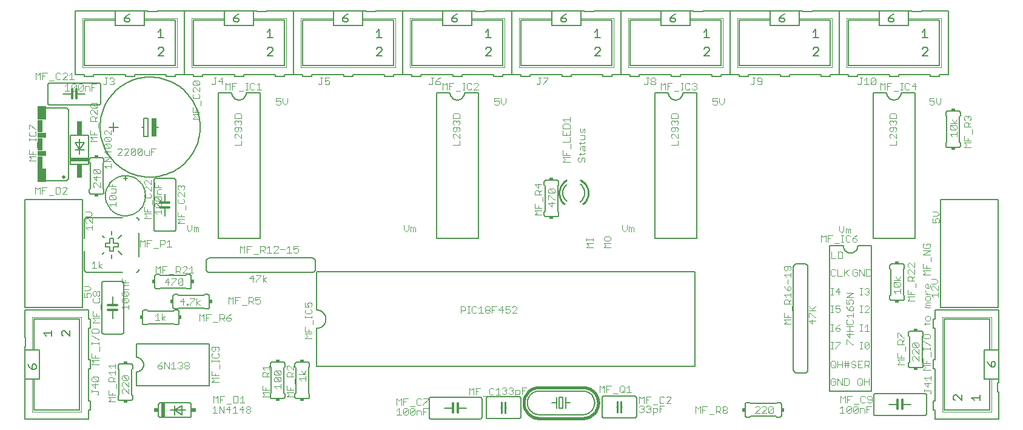
<source format=gto>
G75*
%MOIN*%
%OFA0B0*%
%FSLAX24Y24*%
%IPPOS*%
%LPD*%
%AMOC8*
5,1,8,0,0,1.08239X$1,22.5*
%
%ADD10C,0.0030*%
%ADD11C,0.0060*%
%ADD12C,0.0120*%
%ADD13C,0.0100*%
%ADD14C,0.0160*%
%ADD15R,0.0200X0.0150*%
%ADD16R,0.0150X0.0200*%
%ADD17R,0.0200X0.0800*%
%ADD18R,0.0250X0.0200*%
%ADD19C,0.0050*%
%ADD20C,0.0020*%
%ADD21R,0.0250X0.1000*%
%ADD22R,0.1000X0.0200*%
%ADD23R,0.0300X0.0750*%
%ADD24C,0.0200*%
%ADD25R,0.0500X0.0750*%
%ADD26R,0.0300X0.0700*%
%ADD27R,0.0500X0.0300*%
D10*
X004972Y001964D02*
X004972Y002088D01*
X004972Y002026D02*
X005281Y002026D01*
X005343Y001964D01*
X005343Y001902D01*
X005281Y001841D01*
X005908Y001829D02*
X005908Y002076D01*
X006093Y001953D02*
X006093Y001829D01*
X006278Y001829D02*
X005908Y001829D01*
X005908Y001708D02*
X006278Y001708D01*
X006278Y001461D02*
X005908Y001461D01*
X006031Y001584D01*
X005908Y001708D01*
X006628Y001972D02*
X006689Y001911D01*
X006628Y001972D02*
X006628Y002096D01*
X006689Y002158D01*
X006751Y002158D01*
X006998Y001911D01*
X006998Y002158D01*
X006998Y002279D02*
X006751Y002526D01*
X006689Y002526D01*
X006628Y002464D01*
X006628Y002341D01*
X006689Y002279D01*
X006998Y002279D02*
X006998Y002526D01*
X006936Y002647D02*
X006689Y002894D01*
X006936Y002894D01*
X006998Y002833D01*
X006998Y002709D01*
X006936Y002647D01*
X006689Y002647D01*
X006628Y002709D01*
X006628Y002833D01*
X006689Y002894D01*
X006278Y002934D02*
X006278Y003181D01*
X006278Y003302D02*
X006278Y003549D01*
X006278Y003426D02*
X005908Y003426D01*
X006031Y003302D01*
X005908Y003058D02*
X006278Y003058D01*
X006278Y002813D02*
X006155Y002689D01*
X006155Y002751D02*
X006155Y002566D01*
X006278Y002566D02*
X005908Y002566D01*
X005908Y002751D01*
X005969Y002813D01*
X006093Y002813D01*
X006155Y002751D01*
X006031Y002934D02*
X005908Y003058D01*
X005343Y002762D02*
X005343Y002639D01*
X005281Y002577D01*
X005034Y002824D01*
X005281Y002824D01*
X005343Y002762D01*
X005281Y002577D02*
X005034Y002577D01*
X004972Y002639D01*
X004972Y002762D01*
X005034Y002824D01*
X005157Y002456D02*
X005157Y002209D01*
X004972Y002394D01*
X005343Y002394D01*
X006340Y002444D02*
X006340Y002197D01*
X008598Y003322D02*
X008660Y003261D01*
X008783Y003261D01*
X008845Y003322D01*
X008845Y003384D01*
X008783Y003446D01*
X008598Y003446D01*
X008598Y003322D01*
X008598Y003446D02*
X008721Y003569D01*
X008845Y003631D01*
X008966Y003631D02*
X009213Y003261D01*
X009213Y003631D01*
X009335Y003508D02*
X009458Y003631D01*
X009458Y003261D01*
X009335Y003261D02*
X009581Y003261D01*
X009703Y003322D02*
X009765Y003261D01*
X009888Y003261D01*
X009950Y003322D01*
X009950Y003384D01*
X009888Y003446D01*
X009826Y003446D01*
X009888Y003446D02*
X009950Y003508D01*
X009950Y003569D01*
X009888Y003631D01*
X009765Y003631D01*
X009703Y003569D01*
X010071Y003569D02*
X010071Y003508D01*
X010133Y003446D01*
X010256Y003446D01*
X010318Y003384D01*
X010318Y003322D01*
X010256Y003261D01*
X010133Y003261D01*
X010071Y003322D01*
X010071Y003384D01*
X010133Y003446D01*
X010256Y003446D02*
X010318Y003508D01*
X010318Y003569D01*
X010256Y003631D01*
X010133Y003631D01*
X010071Y003569D01*
X008966Y003631D02*
X008966Y003261D01*
X011578Y003136D02*
X011578Y002889D01*
X011948Y002889D01*
X011948Y002768D02*
X011578Y002768D01*
X011701Y002644D01*
X011578Y002521D01*
X011948Y002521D01*
X011763Y002889D02*
X011763Y003013D01*
X012010Y003257D02*
X012010Y003504D01*
X011948Y003626D02*
X011948Y003749D01*
X011948Y003687D02*
X011578Y003687D01*
X011578Y003626D02*
X011578Y003749D01*
X011639Y003871D02*
X011886Y003871D01*
X011948Y003933D01*
X011948Y004056D01*
X011886Y004118D01*
X011886Y004240D02*
X011948Y004301D01*
X011948Y004425D01*
X011886Y004486D01*
X011639Y004486D01*
X011578Y004425D01*
X011578Y004301D01*
X011639Y004240D01*
X011701Y004240D01*
X011763Y004301D01*
X011763Y004486D01*
X011639Y004118D02*
X011578Y004056D01*
X011578Y003933D01*
X011639Y003871D01*
X014348Y003326D02*
X014718Y003326D01*
X014718Y003449D02*
X014718Y003202D01*
X014718Y003081D02*
X014595Y002958D01*
X014595Y003019D02*
X014595Y002834D01*
X014718Y002834D02*
X014348Y002834D01*
X014348Y003019D01*
X014409Y003081D01*
X014533Y003081D01*
X014595Y003019D01*
X014471Y003202D02*
X014348Y003326D01*
X015008Y003108D02*
X015069Y003169D01*
X015316Y002922D01*
X015378Y002984D01*
X015378Y003108D01*
X015316Y003169D01*
X015069Y003169D01*
X015008Y003108D02*
X015008Y002984D01*
X015069Y002922D01*
X015316Y002922D01*
X015316Y002801D02*
X015069Y002801D01*
X015316Y002554D01*
X015378Y002616D01*
X015378Y002739D01*
X015316Y002801D01*
X015069Y002801D02*
X015008Y002739D01*
X015008Y002616D01*
X015069Y002554D01*
X015316Y002554D01*
X015378Y002433D02*
X015378Y002186D01*
X015378Y002309D02*
X015008Y002309D01*
X015131Y002186D01*
X014718Y002097D02*
X014348Y002097D01*
X014348Y002344D01*
X014533Y002221D02*
X014533Y002097D01*
X014348Y001976D02*
X014718Y001976D01*
X014718Y001729D02*
X014348Y001729D01*
X014471Y001853D01*
X014348Y001976D01*
X014780Y002466D02*
X014780Y002713D01*
X015708Y002834D02*
X015708Y003019D01*
X015769Y003081D01*
X015893Y003081D01*
X015955Y003019D01*
X015955Y002834D01*
X016078Y002834D02*
X015708Y002834D01*
X015955Y002958D02*
X016078Y003081D01*
X016078Y003202D02*
X015831Y003449D01*
X015769Y003449D01*
X015708Y003388D01*
X015708Y003264D01*
X015769Y003202D01*
X016078Y003202D02*
X016078Y003449D01*
X016491Y003169D02*
X016615Y002984D01*
X016738Y003169D01*
X016738Y002984D02*
X016368Y002984D01*
X016368Y002739D02*
X016738Y002739D01*
X016738Y002616D02*
X016738Y002862D01*
X016491Y002616D02*
X016368Y002739D01*
X016140Y002713D02*
X016140Y002466D01*
X015893Y002221D02*
X015893Y002097D01*
X016078Y002097D02*
X015708Y002097D01*
X015708Y002344D01*
X015708Y001976D02*
X016078Y001976D01*
X016078Y001729D02*
X015708Y001729D01*
X015831Y001853D01*
X015708Y001976D01*
X013706Y001149D02*
X013706Y001088D01*
X013645Y001026D01*
X013521Y001026D01*
X013460Y001088D01*
X013460Y001149D01*
X013521Y001211D01*
X013645Y001211D01*
X013706Y001149D01*
X013645Y001026D02*
X013706Y000964D01*
X013706Y000902D01*
X013645Y000841D01*
X013521Y000841D01*
X013460Y000902D01*
X013460Y000964D01*
X013521Y001026D01*
X013338Y001026D02*
X013091Y001026D01*
X013276Y001211D01*
X013276Y000841D01*
X012970Y000841D02*
X012723Y000841D01*
X012846Y000841D02*
X012846Y001211D01*
X012723Y001088D01*
X012601Y001026D02*
X012355Y001026D01*
X012540Y001211D01*
X012540Y000841D01*
X012233Y000841D02*
X012233Y001211D01*
X012395Y001329D02*
X012641Y001329D01*
X012763Y001391D02*
X012948Y001391D01*
X013010Y001452D01*
X013010Y001699D01*
X012948Y001761D01*
X012763Y001761D01*
X012763Y001391D01*
X013131Y001391D02*
X013378Y001391D01*
X013255Y001391D02*
X013255Y001761D01*
X013131Y001638D01*
X012273Y001761D02*
X012026Y001761D01*
X012026Y001391D01*
X011905Y001391D02*
X011905Y001761D01*
X011781Y001638D01*
X011658Y001761D01*
X011658Y001391D01*
X011741Y001211D02*
X011618Y001088D01*
X011741Y001211D02*
X011741Y000841D01*
X011618Y000841D02*
X011865Y000841D01*
X011986Y000841D02*
X011986Y001211D01*
X012233Y000841D01*
X012150Y001576D02*
X012026Y001576D01*
X005348Y003504D02*
X004978Y003504D01*
X005101Y003627D01*
X004978Y003751D01*
X005348Y003751D01*
X005348Y003872D02*
X004978Y003872D01*
X004978Y004119D01*
X005163Y003995D02*
X005163Y003872D01*
X005410Y004240D02*
X005410Y004487D01*
X005348Y004609D02*
X005348Y004732D01*
X005348Y004670D02*
X004978Y004670D01*
X004978Y004609D02*
X004978Y004732D01*
X004978Y005101D02*
X005348Y004854D01*
X005286Y005222D02*
X005348Y005284D01*
X005348Y005408D01*
X005286Y005469D01*
X005039Y005469D01*
X004978Y005408D01*
X004978Y005284D01*
X005039Y005222D01*
X005286Y005222D01*
X005408Y005811D02*
X005038Y005811D01*
X005161Y005934D01*
X005038Y006058D01*
X005408Y006058D01*
X005408Y006179D02*
X005038Y006179D01*
X005038Y006426D01*
X005223Y006303D02*
X005223Y006179D01*
X005470Y006547D02*
X005470Y006794D01*
X005346Y006916D02*
X005408Y006977D01*
X005408Y007101D01*
X005346Y007163D01*
X005346Y007284D02*
X005285Y007284D01*
X005223Y007346D01*
X005223Y007469D01*
X005285Y007531D01*
X005346Y007531D01*
X005408Y007469D01*
X005408Y007346D01*
X005346Y007284D01*
X005223Y007346D02*
X005161Y007284D01*
X005099Y007284D01*
X005038Y007346D01*
X005038Y007469D01*
X005099Y007531D01*
X005161Y007531D01*
X005223Y007469D01*
X004928Y007379D02*
X004928Y007256D01*
X004866Y007194D01*
X004743Y007194D02*
X004681Y007318D01*
X004681Y007379D01*
X004743Y007441D01*
X004866Y007441D01*
X004928Y007379D01*
X004805Y007562D02*
X004928Y007686D01*
X004805Y007809D01*
X004558Y007809D01*
X004558Y007562D02*
X004805Y007562D01*
X004558Y007441D02*
X004558Y007194D01*
X004743Y007194D01*
X005038Y007101D02*
X005038Y006977D01*
X005099Y006916D01*
X005346Y006916D01*
X005099Y007163D02*
X005038Y007101D01*
X006618Y007084D02*
X006618Y006961D01*
X006679Y006899D01*
X006926Y006899D01*
X006679Y007146D01*
X006926Y007146D01*
X006988Y007084D01*
X006988Y006961D01*
X006926Y006899D01*
X006988Y006778D02*
X006988Y006531D01*
X006988Y006654D02*
X006618Y006654D01*
X006741Y006531D01*
X006618Y007084D02*
X006679Y007146D01*
X006679Y007267D02*
X006618Y007329D01*
X006618Y007453D01*
X006679Y007514D01*
X006926Y007267D01*
X006988Y007329D01*
X006988Y007453D01*
X006926Y007514D01*
X006679Y007514D01*
X006741Y007636D02*
X006741Y007821D01*
X006803Y007883D01*
X006988Y007883D01*
X006988Y008004D02*
X006618Y008004D01*
X006618Y008251D01*
X006803Y008127D02*
X006803Y008004D01*
X006741Y007636D02*
X006988Y007636D01*
X006926Y007267D02*
X006679Y007267D01*
X008458Y006168D02*
X008581Y006291D01*
X008581Y005921D01*
X008458Y005921D02*
X008705Y005921D01*
X008826Y005921D02*
X008826Y006291D01*
X009011Y006168D02*
X008826Y006044D01*
X009011Y005921D01*
X010003Y006781D02*
X010003Y007151D01*
X009818Y006966D01*
X010065Y006966D01*
X010186Y006842D02*
X010248Y006842D01*
X010248Y006781D01*
X010186Y006781D01*
X010186Y006842D01*
X010370Y006842D02*
X010370Y006781D01*
X010370Y006842D02*
X010617Y007089D01*
X010617Y007151D01*
X010370Y007151D01*
X010739Y007151D02*
X010739Y006781D01*
X010739Y006904D02*
X010924Y006781D01*
X010739Y006904D02*
X010924Y007028D01*
X009977Y007922D02*
X009915Y007861D01*
X009791Y007861D01*
X009730Y007922D01*
X009977Y008169D01*
X009977Y007922D01*
X009730Y007922D02*
X009730Y008169D01*
X009791Y008231D01*
X009915Y008231D01*
X009977Y008169D01*
X009608Y008169D02*
X009361Y007922D01*
X009361Y007861D01*
X009178Y007861D02*
X009178Y008231D01*
X008993Y008046D01*
X009240Y008046D01*
X009361Y008231D02*
X009608Y008231D01*
X009608Y008169D01*
X009472Y008459D02*
X009225Y008459D01*
X008980Y008706D02*
X008856Y008706D01*
X008856Y008521D02*
X008856Y008891D01*
X009103Y008891D01*
X008735Y008891D02*
X008735Y008521D01*
X008488Y008521D02*
X008488Y008891D01*
X008612Y008768D01*
X008735Y008891D01*
X009593Y008891D02*
X009593Y008521D01*
X009593Y008644D02*
X009778Y008644D01*
X009840Y008706D01*
X009840Y008829D01*
X009778Y008891D01*
X009593Y008891D01*
X009716Y008644D02*
X009840Y008521D01*
X009961Y008521D02*
X010208Y008768D01*
X010208Y008829D01*
X010147Y008891D01*
X010023Y008891D01*
X009961Y008829D01*
X009961Y008521D02*
X010208Y008521D01*
X010330Y008521D02*
X010577Y008521D01*
X010453Y008521D02*
X010453Y008891D01*
X010330Y008768D01*
X008621Y009919D02*
X008375Y009919D01*
X008130Y010166D02*
X008006Y010166D01*
X008006Y009981D02*
X008006Y010351D01*
X008253Y010351D01*
X007885Y010351D02*
X007885Y009981D01*
X007638Y009981D02*
X007638Y010351D01*
X007761Y010228D01*
X007885Y010351D01*
X008743Y010351D02*
X008743Y009981D01*
X008743Y010104D02*
X008928Y010104D01*
X008990Y010166D01*
X008990Y010289D01*
X008928Y010351D01*
X008743Y010351D01*
X009111Y010228D02*
X009235Y010351D01*
X009235Y009981D01*
X009358Y009981D02*
X009111Y009981D01*
X010221Y010934D02*
X010345Y010811D01*
X010468Y010934D01*
X010468Y011181D01*
X010590Y011058D02*
X010651Y011058D01*
X010713Y010996D01*
X010775Y011058D01*
X010837Y010996D01*
X010837Y010811D01*
X010713Y010811D02*
X010713Y010996D01*
X010590Y011058D02*
X010590Y010811D01*
X010221Y010934D02*
X010221Y011181D01*
X010068Y011261D02*
X009698Y011261D01*
X009821Y011384D01*
X009698Y011508D01*
X010068Y011508D01*
X010068Y011629D02*
X009698Y011629D01*
X009698Y011876D01*
X009883Y011753D02*
X009883Y011629D01*
X010130Y011997D02*
X010130Y012244D01*
X010006Y012366D02*
X010068Y012428D01*
X010068Y012551D01*
X010006Y012613D01*
X010068Y012734D02*
X009821Y012981D01*
X009759Y012981D01*
X009698Y012919D01*
X009698Y012796D01*
X009759Y012734D01*
X009759Y012613D02*
X009698Y012551D01*
X009698Y012428D01*
X009759Y012366D01*
X010006Y012366D01*
X010068Y012734D02*
X010068Y012981D01*
X010006Y013102D02*
X010068Y013164D01*
X010068Y013288D01*
X010006Y013349D01*
X009945Y013349D01*
X009883Y013288D01*
X009883Y013226D01*
X009883Y013288D02*
X009821Y013349D01*
X009759Y013349D01*
X009698Y013288D01*
X009698Y013164D01*
X009759Y013102D01*
X008808Y013121D02*
X008623Y013121D01*
X008561Y013059D01*
X008561Y012874D01*
X008808Y012874D01*
X008746Y012753D02*
X008808Y012691D01*
X008808Y012568D01*
X008746Y012506D01*
X008499Y012753D01*
X008746Y012753D01*
X008499Y012753D02*
X008438Y012691D01*
X008438Y012568D01*
X008499Y012506D01*
X008746Y012506D01*
X008746Y012384D02*
X008808Y012323D01*
X008808Y012199D01*
X008746Y012137D01*
X008499Y012384D01*
X008746Y012384D01*
X008746Y012137D02*
X008499Y012137D01*
X008438Y012199D01*
X008438Y012323D01*
X008499Y012384D01*
X008290Y012287D02*
X008290Y012534D01*
X008166Y012656D02*
X008228Y012718D01*
X008228Y012841D01*
X008166Y012903D01*
X008228Y013024D02*
X007981Y013271D01*
X007919Y013271D01*
X007858Y013209D01*
X007858Y013086D01*
X007919Y013024D01*
X007919Y012903D02*
X007858Y012841D01*
X007858Y012718D01*
X007919Y012656D01*
X008166Y012656D01*
X008228Y013024D02*
X008228Y013271D01*
X008228Y013392D02*
X007981Y013639D01*
X007919Y013639D01*
X007858Y013578D01*
X007858Y013454D01*
X007919Y013392D01*
X008228Y013392D02*
X008228Y013639D01*
X008438Y013489D02*
X008438Y013242D01*
X008808Y013242D01*
X008623Y013242D02*
X008623Y013366D01*
X006288Y013292D02*
X005918Y013292D01*
X005918Y013539D01*
X006103Y013416D02*
X006103Y013292D01*
X006041Y013171D02*
X006288Y013171D01*
X006288Y012986D01*
X006226Y012924D01*
X006041Y012924D01*
X005979Y012803D02*
X006226Y012556D01*
X006288Y012618D01*
X006288Y012741D01*
X006226Y012803D01*
X005979Y012803D01*
X005918Y012741D01*
X005918Y012618D01*
X005979Y012556D01*
X006226Y012556D01*
X006288Y012434D02*
X006288Y012187D01*
X006288Y012311D02*
X005918Y012311D01*
X006041Y012187D01*
X005008Y011766D02*
X004885Y011889D01*
X004638Y011889D01*
X004638Y011642D02*
X004885Y011642D01*
X005008Y011766D01*
X005008Y011521D02*
X005008Y011274D01*
X004761Y011521D01*
X004699Y011521D01*
X004638Y011459D01*
X004638Y011336D01*
X004699Y011274D01*
X004638Y011029D02*
X005008Y011029D01*
X005008Y010906D02*
X005008Y011153D01*
X004761Y010906D02*
X004638Y011029D01*
X007858Y011551D02*
X007981Y011674D01*
X007858Y011798D01*
X008228Y011798D01*
X008228Y011919D02*
X007858Y011919D01*
X007858Y012166D01*
X008043Y012043D02*
X008043Y011919D01*
X008438Y011893D02*
X008561Y011769D01*
X008438Y011893D02*
X008808Y011893D01*
X008808Y012016D02*
X008808Y011769D01*
X008228Y011551D02*
X007858Y011551D01*
X005418Y013251D02*
X005171Y013498D01*
X005109Y013498D01*
X005048Y013436D01*
X005048Y013312D01*
X005109Y013251D01*
X005418Y013251D02*
X005418Y013498D01*
X005233Y013619D02*
X005233Y013866D01*
X005356Y013987D02*
X005109Y014234D01*
X005356Y014234D01*
X005418Y014173D01*
X005418Y014049D01*
X005356Y013987D01*
X005109Y013987D01*
X005048Y014049D01*
X005048Y014173D01*
X005109Y014234D01*
X005658Y014414D02*
X006028Y014414D01*
X006028Y014291D02*
X006028Y014538D01*
X006028Y014659D02*
X005658Y014659D01*
X006028Y014906D01*
X005658Y014906D01*
X005843Y015027D02*
X005843Y015274D01*
X005966Y015396D02*
X005719Y015643D01*
X005966Y015643D01*
X006028Y015581D01*
X006028Y015457D01*
X005966Y015396D01*
X005719Y015396D01*
X005658Y015457D01*
X005658Y015581D01*
X005719Y015643D01*
X005719Y015764D02*
X005658Y015826D01*
X005658Y015949D01*
X005719Y016011D01*
X005966Y015764D01*
X006028Y015826D01*
X006028Y015949D01*
X005966Y016011D01*
X005719Y016011D01*
X005719Y016132D02*
X005658Y016194D01*
X005658Y016317D01*
X005719Y016379D01*
X005781Y016379D01*
X006028Y016132D01*
X006028Y016379D01*
X005340Y016507D02*
X005340Y016754D01*
X005278Y016876D02*
X004908Y016876D01*
X004908Y017061D01*
X004969Y017123D01*
X005093Y017123D01*
X005155Y017061D01*
X005155Y016876D01*
X005155Y016999D02*
X005278Y017123D01*
X005278Y017244D02*
X005031Y017491D01*
X004969Y017491D01*
X004908Y017429D01*
X004908Y017306D01*
X004969Y017244D01*
X005278Y017244D02*
X005278Y017491D01*
X005216Y017612D02*
X004969Y017859D01*
X005216Y017859D01*
X005278Y017797D01*
X005278Y017674D01*
X005216Y017612D01*
X004969Y017612D01*
X004908Y017674D01*
X004908Y017797D01*
X004969Y017859D01*
X004971Y018551D02*
X004971Y018921D01*
X005218Y018921D01*
X005095Y018736D02*
X004971Y018736D01*
X004850Y018736D02*
X004850Y018551D01*
X004850Y018736D02*
X004788Y018798D01*
X004603Y018798D01*
X004603Y018551D01*
X004481Y018612D02*
X004420Y018551D01*
X004296Y018551D01*
X004235Y018612D01*
X004481Y018859D01*
X004481Y018612D01*
X004235Y018612D02*
X004235Y018859D01*
X004296Y018921D01*
X004420Y018921D01*
X004481Y018859D01*
X004113Y018859D02*
X004113Y018612D01*
X004051Y018551D01*
X003928Y018551D01*
X003866Y018612D01*
X004113Y018859D01*
X004051Y018921D01*
X003928Y018921D01*
X003866Y018859D01*
X003866Y018612D01*
X003745Y018551D02*
X003498Y018551D01*
X003621Y018551D02*
X003621Y018921D01*
X003498Y018798D01*
X002881Y019109D02*
X002635Y019109D01*
X002390Y019356D02*
X002266Y019356D01*
X002266Y019171D02*
X002266Y019541D01*
X002513Y019541D01*
X002145Y019541D02*
X002145Y019171D01*
X001898Y019171D02*
X001898Y019541D01*
X002021Y019418D01*
X002145Y019541D01*
X003003Y019479D02*
X003003Y019232D01*
X003065Y019171D01*
X003188Y019171D01*
X003250Y019232D01*
X003371Y019171D02*
X003618Y019418D01*
X003618Y019479D01*
X003556Y019541D01*
X003433Y019541D01*
X003371Y019479D01*
X003250Y019479D02*
X003188Y019541D01*
X003065Y019541D01*
X003003Y019479D01*
X003371Y019171D02*
X003618Y019171D01*
X003740Y019171D02*
X003986Y019171D01*
X003863Y019171D02*
X003863Y019541D01*
X003740Y019418D01*
X005581Y018952D02*
X005643Y018891D01*
X005705Y018891D01*
X005767Y018952D01*
X005767Y019261D01*
X005828Y019261D02*
X005705Y019261D01*
X005950Y019199D02*
X006011Y019261D01*
X006135Y019261D01*
X006197Y019199D01*
X006197Y019138D01*
X006135Y019076D01*
X006197Y019014D01*
X006197Y018952D01*
X006135Y018891D01*
X006011Y018891D01*
X005950Y018952D01*
X006073Y019076D02*
X006135Y019076D01*
X010522Y019042D02*
X010584Y019104D01*
X010831Y018857D01*
X010893Y018919D01*
X010893Y019042D01*
X010831Y019104D01*
X010584Y019104D01*
X010522Y019042D02*
X010522Y018919D01*
X010584Y018857D01*
X010831Y018857D01*
X010893Y018736D02*
X010893Y018489D01*
X010646Y018736D01*
X010584Y018736D01*
X010522Y018674D01*
X010522Y018551D01*
X010584Y018489D01*
X010584Y018368D02*
X010522Y018306D01*
X010522Y018182D01*
X010584Y018121D01*
X010831Y018121D01*
X010893Y018182D01*
X010893Y018306D01*
X010831Y018368D01*
X010954Y017999D02*
X010954Y017752D01*
X010708Y017507D02*
X010708Y017384D01*
X010893Y017384D02*
X010522Y017384D01*
X010522Y017631D01*
X010522Y017263D02*
X010893Y017263D01*
X010893Y017016D02*
X010522Y017016D01*
X010646Y017139D01*
X010522Y017263D01*
X012828Y017226D02*
X012828Y017040D01*
X013198Y017040D01*
X013198Y017226D01*
X013136Y017287D01*
X012889Y017287D01*
X012828Y017226D01*
X012889Y016919D02*
X012828Y016857D01*
X012828Y016734D01*
X012889Y016672D01*
X012889Y016551D02*
X012828Y016489D01*
X012828Y016366D01*
X012889Y016304D01*
X012951Y016304D01*
X013013Y016366D01*
X013013Y016551D01*
X013136Y016551D02*
X012889Y016551D01*
X013136Y016551D02*
X013198Y016489D01*
X013198Y016366D01*
X013136Y016304D01*
X013198Y016182D02*
X013198Y015936D01*
X012951Y016182D01*
X012889Y016182D01*
X012828Y016121D01*
X012828Y015997D01*
X012889Y015936D01*
X013198Y015814D02*
X013198Y015567D01*
X012828Y015567D01*
X013136Y016672D02*
X013198Y016734D01*
X013198Y016857D01*
X013136Y016919D01*
X013075Y016919D01*
X013013Y016857D01*
X013013Y016796D01*
X013013Y016857D02*
X012951Y016919D01*
X012889Y016919D01*
X015101Y017832D02*
X015163Y017771D01*
X015287Y017771D01*
X015348Y017832D01*
X015348Y017956D01*
X015287Y018018D01*
X015225Y018018D01*
X015101Y017956D01*
X015101Y018141D01*
X015348Y018141D01*
X015470Y018141D02*
X015470Y017894D01*
X015593Y017771D01*
X015717Y017894D01*
X015717Y018141D01*
X014294Y018609D02*
X014047Y018609D01*
X014170Y018609D02*
X014170Y018979D01*
X014047Y018856D01*
X013925Y018917D02*
X013864Y018979D01*
X013740Y018979D01*
X013678Y018917D01*
X013678Y018670D01*
X013740Y018609D01*
X013864Y018609D01*
X013925Y018670D01*
X013556Y018609D02*
X013433Y018609D01*
X013495Y018609D02*
X013495Y018979D01*
X013556Y018979D02*
X013433Y018979D01*
X012943Y018979D02*
X012696Y018979D01*
X012696Y018609D01*
X012575Y018609D02*
X012575Y018979D01*
X012451Y018856D01*
X012328Y018979D01*
X012328Y018609D01*
X012115Y018891D02*
X012115Y019261D01*
X011930Y019076D01*
X012177Y019076D01*
X011808Y019261D02*
X011685Y019261D01*
X011747Y019261D02*
X011747Y018952D01*
X011685Y018891D01*
X011623Y018891D01*
X011561Y018952D01*
X012696Y018794D02*
X012820Y018794D01*
X013065Y018547D02*
X013311Y018547D01*
X017421Y018952D02*
X017483Y018891D01*
X017545Y018891D01*
X017607Y018952D01*
X017607Y019261D01*
X017668Y019261D02*
X017545Y019261D01*
X017790Y019261D02*
X017790Y019076D01*
X017913Y019138D01*
X017975Y019138D01*
X018037Y019076D01*
X018037Y018952D01*
X017975Y018891D01*
X017851Y018891D01*
X017790Y018952D01*
X017790Y019261D02*
X018037Y019261D01*
X023501Y018952D02*
X023563Y018891D01*
X023625Y018891D01*
X023687Y018952D01*
X023687Y019261D01*
X023748Y019261D02*
X023625Y019261D01*
X023870Y019076D02*
X023993Y019199D01*
X024117Y019261D01*
X024055Y019076D02*
X023870Y019076D01*
X023870Y018952D01*
X023931Y018891D01*
X024055Y018891D01*
X024117Y018952D01*
X024117Y019014D01*
X024055Y019076D01*
X024248Y018979D02*
X024371Y018856D01*
X024495Y018979D01*
X024495Y018609D01*
X024616Y018609D02*
X024616Y018979D01*
X024863Y018979D01*
X024740Y018794D02*
X024616Y018794D01*
X024248Y018609D02*
X024248Y018979D01*
X024985Y018547D02*
X025231Y018547D01*
X025353Y018609D02*
X025476Y018609D01*
X025415Y018609D02*
X025415Y018979D01*
X025476Y018979D02*
X025353Y018979D01*
X025598Y018917D02*
X025598Y018670D01*
X025660Y018609D01*
X025784Y018609D01*
X025845Y018670D01*
X025967Y018609D02*
X026214Y018856D01*
X026214Y018917D01*
X026152Y018979D01*
X026029Y018979D01*
X025967Y018917D01*
X025845Y018917D02*
X025784Y018979D01*
X025660Y018979D01*
X025598Y018917D01*
X025967Y018609D02*
X026214Y018609D01*
X027101Y018141D02*
X027101Y017956D01*
X027225Y018018D01*
X027287Y018018D01*
X027348Y017956D01*
X027348Y017832D01*
X027287Y017771D01*
X027163Y017771D01*
X027101Y017832D01*
X027101Y018141D02*
X027348Y018141D01*
X027470Y018141D02*
X027470Y017894D01*
X027593Y017771D01*
X027717Y017894D01*
X027717Y018141D01*
X029421Y018952D02*
X029483Y018891D01*
X029545Y018891D01*
X029607Y018952D01*
X029607Y019261D01*
X029668Y019261D02*
X029545Y019261D01*
X029790Y019261D02*
X030037Y019261D01*
X030037Y019199D01*
X029790Y018952D01*
X029790Y018891D01*
X030878Y016976D02*
X031248Y016976D01*
X031248Y017099D02*
X031248Y016852D01*
X031186Y016731D02*
X030939Y016731D01*
X030878Y016669D01*
X030878Y016484D01*
X031248Y016484D01*
X031248Y016669D01*
X031186Y016731D01*
X031001Y016852D02*
X030878Y016976D01*
X031831Y016479D02*
X031831Y016294D01*
X031893Y016232D01*
X031955Y016294D01*
X031955Y016418D01*
X032016Y016479D01*
X032078Y016418D01*
X032078Y016232D01*
X032078Y016111D02*
X031831Y016111D01*
X031831Y015864D02*
X032016Y015864D01*
X032078Y015926D01*
X032078Y016111D01*
X032078Y015742D02*
X032016Y015680D01*
X031769Y015680D01*
X031831Y015619D02*
X031831Y015742D01*
X031893Y015497D02*
X031831Y015435D01*
X031831Y015312D01*
X031955Y015312D02*
X032016Y015250D01*
X032078Y015312D01*
X032078Y015497D01*
X031893Y015497D01*
X031955Y015497D02*
X031955Y015312D01*
X032078Y015128D02*
X032016Y015066D01*
X031769Y015066D01*
X031831Y015005D02*
X031831Y015128D01*
X031769Y014883D02*
X031708Y014822D01*
X031708Y014698D01*
X031769Y014636D01*
X031831Y014636D01*
X031893Y014698D01*
X031893Y014822D01*
X031955Y014883D01*
X032016Y014883D01*
X032078Y014822D01*
X032078Y014698D01*
X032016Y014636D01*
X031248Y014643D02*
X030878Y014643D01*
X031001Y014766D01*
X030878Y014889D01*
X031248Y014889D01*
X031248Y015011D02*
X030878Y015011D01*
X030878Y015258D01*
X031063Y015134D02*
X031063Y015011D01*
X031310Y015379D02*
X031310Y015626D01*
X031248Y015747D02*
X031248Y015994D01*
X031248Y016116D02*
X031248Y016363D01*
X031063Y016239D02*
X031063Y016116D01*
X030878Y016116D02*
X031248Y016116D01*
X031248Y015747D02*
X030878Y015747D01*
X030878Y016116D02*
X030878Y016363D01*
X036248Y018609D02*
X036248Y018979D01*
X036371Y018856D01*
X036495Y018979D01*
X036495Y018609D01*
X036616Y018609D02*
X036616Y018979D01*
X036863Y018979D01*
X036740Y018794D02*
X036616Y018794D01*
X036985Y018547D02*
X037231Y018547D01*
X037353Y018609D02*
X037476Y018609D01*
X037415Y018609D02*
X037415Y018979D01*
X037476Y018979D02*
X037353Y018979D01*
X037598Y018917D02*
X037598Y018670D01*
X037660Y018609D01*
X037784Y018609D01*
X037845Y018670D01*
X037967Y018670D02*
X038029Y018609D01*
X038152Y018609D01*
X038214Y018670D01*
X038214Y018732D01*
X038152Y018794D01*
X038090Y018794D01*
X038152Y018794D02*
X038214Y018856D01*
X038214Y018917D01*
X038152Y018979D01*
X038029Y018979D01*
X037967Y018917D01*
X037845Y018917D02*
X037784Y018979D01*
X037660Y018979D01*
X037598Y018917D01*
X035957Y018952D02*
X035895Y018891D01*
X035771Y018891D01*
X035710Y018952D01*
X035710Y019014D01*
X035771Y019076D01*
X035895Y019076D01*
X035957Y019014D01*
X035957Y018952D01*
X035895Y019076D02*
X035957Y019138D01*
X035957Y019199D01*
X035895Y019261D01*
X035771Y019261D01*
X035710Y019199D01*
X035710Y019138D01*
X035771Y019076D01*
X035588Y019261D02*
X035465Y019261D01*
X035527Y019261D02*
X035527Y018952D01*
X035465Y018891D01*
X035403Y018891D01*
X035341Y018952D01*
X039101Y018141D02*
X039101Y017956D01*
X039225Y018018D01*
X039287Y018018D01*
X039348Y017956D01*
X039348Y017832D01*
X039287Y017771D01*
X039163Y017771D01*
X039101Y017832D01*
X039101Y018141D02*
X039348Y018141D01*
X039470Y018141D02*
X039470Y017894D01*
X039593Y017771D01*
X039717Y017894D01*
X039717Y018141D01*
X041181Y018952D02*
X041243Y018891D01*
X041305Y018891D01*
X041367Y018952D01*
X041367Y019261D01*
X041428Y019261D02*
X041305Y019261D01*
X041550Y019199D02*
X041550Y019138D01*
X041611Y019076D01*
X041797Y019076D01*
X041797Y019199D02*
X041797Y018952D01*
X041735Y018891D01*
X041611Y018891D01*
X041550Y018952D01*
X041550Y019199D02*
X041611Y019261D01*
X041735Y019261D01*
X041797Y019199D01*
X037198Y017226D02*
X037136Y017287D01*
X036889Y017287D01*
X036828Y017226D01*
X036828Y017040D01*
X037198Y017040D01*
X037198Y017226D01*
X037136Y016919D02*
X037198Y016857D01*
X037198Y016734D01*
X037136Y016672D01*
X037136Y016551D02*
X036889Y016551D01*
X036828Y016489D01*
X036828Y016366D01*
X036889Y016304D01*
X036951Y016304D01*
X037013Y016366D01*
X037013Y016551D01*
X037136Y016551D02*
X037198Y016489D01*
X037198Y016366D01*
X037136Y016304D01*
X037198Y016182D02*
X037198Y015936D01*
X036951Y016182D01*
X036889Y016182D01*
X036828Y016121D01*
X036828Y015997D01*
X036889Y015936D01*
X037198Y015814D02*
X037198Y015567D01*
X036828Y015567D01*
X036889Y016672D02*
X036828Y016734D01*
X036828Y016857D01*
X036889Y016919D01*
X036951Y016919D01*
X037013Y016857D01*
X037075Y016919D01*
X037136Y016919D01*
X037013Y016857D02*
X037013Y016796D01*
X029698Y013388D02*
X029328Y013388D01*
X029513Y013202D01*
X029513Y013449D01*
X029513Y013081D02*
X029575Y013019D01*
X029575Y012834D01*
X029698Y012834D02*
X029328Y012834D01*
X029328Y013019D01*
X029389Y013081D01*
X029513Y013081D01*
X029575Y012958D02*
X029698Y013081D01*
X030068Y013108D02*
X030129Y013169D01*
X030376Y012922D01*
X030438Y012984D01*
X030438Y013108D01*
X030376Y013169D01*
X030129Y013169D01*
X030068Y013108D02*
X030068Y012984D01*
X030129Y012922D01*
X030376Y012922D01*
X030129Y012801D02*
X030376Y012554D01*
X030438Y012554D01*
X030438Y012371D02*
X030068Y012371D01*
X030253Y012186D01*
X030253Y012433D01*
X030068Y012554D02*
X030068Y012801D01*
X030129Y012801D01*
X029760Y012713D02*
X029760Y012466D01*
X029513Y012221D02*
X029513Y012097D01*
X029698Y012097D02*
X029328Y012097D01*
X029328Y012344D01*
X029328Y011976D02*
X029698Y011976D01*
X029698Y011729D02*
X029328Y011729D01*
X029451Y011853D01*
X029328Y011976D01*
X032158Y010423D02*
X032158Y010299D01*
X032158Y010361D02*
X032528Y010361D01*
X032528Y010299D02*
X032528Y010423D01*
X032528Y010178D02*
X032158Y010178D01*
X032281Y010054D01*
X032158Y009931D01*
X032528Y009931D01*
X033118Y009931D02*
X033241Y010054D01*
X033118Y010178D01*
X033488Y010178D01*
X033426Y010299D02*
X033488Y010361D01*
X033488Y010484D01*
X033426Y010546D01*
X033179Y010546D01*
X033118Y010484D01*
X033118Y010361D01*
X033179Y010299D01*
X033426Y010299D01*
X033488Y009931D02*
X033118Y009931D01*
X034141Y010934D02*
X034265Y010811D01*
X034388Y010934D01*
X034388Y011181D01*
X034510Y011058D02*
X034571Y011058D01*
X034633Y010996D01*
X034695Y011058D01*
X034757Y010996D01*
X034757Y010811D01*
X034633Y010811D02*
X034633Y010996D01*
X034510Y011058D02*
X034510Y010811D01*
X034141Y010934D02*
X034141Y011181D01*
X043032Y008855D02*
X043032Y008732D01*
X043094Y008670D01*
X043156Y008670D01*
X043217Y008732D01*
X043217Y008917D01*
X043094Y008917D02*
X043032Y008855D01*
X043094Y008917D02*
X043341Y008917D01*
X043402Y008855D01*
X043402Y008732D01*
X043341Y008670D01*
X043402Y008548D02*
X043402Y008301D01*
X043402Y008425D02*
X043032Y008425D01*
X043156Y008301D01*
X043217Y008180D02*
X043217Y007933D01*
X043279Y007812D02*
X043217Y007750D01*
X043217Y007565D01*
X043341Y007565D01*
X043402Y007627D01*
X043402Y007750D01*
X043341Y007812D01*
X043279Y007812D01*
X043094Y007688D02*
X043217Y007565D01*
X043094Y007688D02*
X043032Y007812D01*
X043032Y007320D02*
X043402Y007320D01*
X043402Y007197D02*
X043402Y007443D01*
X043156Y007197D02*
X043032Y007320D01*
X043094Y007075D02*
X043217Y007075D01*
X043279Y007013D01*
X043279Y006828D01*
X043402Y006828D02*
X043032Y006828D01*
X043032Y007013D01*
X043094Y007075D01*
X043279Y006952D02*
X043402Y007075D01*
X043464Y006707D02*
X043464Y006460D01*
X043217Y006215D02*
X043217Y006092D01*
X043402Y006092D02*
X043032Y006092D01*
X043032Y006338D01*
X043032Y005970D02*
X043402Y005970D01*
X043402Y005723D02*
X043032Y005723D01*
X043156Y005847D01*
X043032Y005970D01*
X044392Y005908D02*
X044577Y005723D01*
X044577Y005970D01*
X044701Y006092D02*
X044762Y006092D01*
X044701Y006092D02*
X044454Y006338D01*
X044392Y006338D01*
X044392Y006092D01*
X044392Y005908D02*
X044762Y005908D01*
X045611Y005701D02*
X045735Y005701D01*
X045673Y005701D02*
X045673Y005331D01*
X045611Y005331D02*
X045735Y005331D01*
X045857Y005392D02*
X045918Y005331D01*
X046042Y005331D01*
X046103Y005392D01*
X046103Y005454D01*
X046042Y005516D01*
X045857Y005516D01*
X045857Y005392D01*
X045857Y005516D02*
X045980Y005639D01*
X046103Y005701D01*
X046448Y005781D02*
X046448Y005904D01*
X046509Y005966D01*
X046571Y006087D02*
X046448Y006211D01*
X046818Y006211D01*
X046818Y006334D02*
X046818Y006087D01*
X046756Y005966D02*
X046818Y005904D01*
X046818Y005781D01*
X046756Y005719D01*
X046509Y005719D01*
X046448Y005781D01*
X046448Y005598D02*
X046818Y005598D01*
X046633Y005598D02*
X046633Y005351D01*
X046633Y005229D02*
X046633Y004983D01*
X046448Y005168D01*
X046818Y005168D01*
X046818Y005351D02*
X046448Y005351D01*
X047211Y005331D02*
X047335Y005331D01*
X047273Y005331D02*
X047273Y005701D01*
X047211Y005701D02*
X047335Y005701D01*
X047457Y005578D02*
X047580Y005701D01*
X047580Y005331D01*
X047457Y005331D02*
X047703Y005331D01*
X046756Y004614D02*
X046509Y004861D01*
X046448Y004861D01*
X046448Y004614D01*
X046756Y004614D02*
X046818Y004614D01*
X047211Y004741D02*
X047335Y004741D01*
X047273Y004741D02*
X047273Y004371D01*
X047211Y004371D02*
X047335Y004371D01*
X047457Y004432D02*
X047703Y004679D01*
X047703Y004432D01*
X047642Y004371D01*
X047518Y004371D01*
X047457Y004432D01*
X047457Y004679D01*
X047518Y004741D01*
X047642Y004741D01*
X047703Y004679D01*
X049268Y004616D02*
X049268Y004801D01*
X049329Y004863D01*
X049453Y004863D01*
X049515Y004801D01*
X049515Y004616D01*
X049638Y004616D02*
X049268Y004616D01*
X049515Y004739D02*
X049638Y004863D01*
X049638Y004984D02*
X049576Y004984D01*
X049329Y005231D01*
X049268Y005231D01*
X049268Y004984D01*
X050068Y004633D02*
X050129Y004694D01*
X050376Y004447D01*
X050438Y004509D01*
X050438Y004633D01*
X050376Y004694D01*
X050129Y004694D01*
X050068Y004633D02*
X050068Y004509D01*
X050129Y004447D01*
X050376Y004447D01*
X050438Y004326D02*
X050438Y004079D01*
X050191Y004326D01*
X050129Y004326D01*
X050068Y004264D01*
X050068Y004141D01*
X050129Y004079D01*
X050129Y003958D02*
X050068Y003896D01*
X050068Y003772D01*
X050129Y003711D01*
X050129Y003958D02*
X050191Y003958D01*
X050438Y003711D01*
X050438Y003958D01*
X050678Y003826D02*
X050678Y003579D01*
X051048Y003579D01*
X051048Y003458D02*
X050678Y003458D01*
X050801Y003334D01*
X050678Y003211D01*
X051048Y003211D01*
X050863Y003579D02*
X050863Y003703D01*
X051110Y003947D02*
X051110Y004194D01*
X051048Y004316D02*
X051048Y004439D01*
X051048Y004377D02*
X050678Y004377D01*
X050678Y004316D02*
X050678Y004439D01*
X050678Y004808D02*
X051048Y004561D01*
X050986Y004930D02*
X050739Y004930D01*
X050678Y004991D01*
X050678Y005115D01*
X050739Y005176D01*
X050986Y005176D01*
X051048Y005115D01*
X051048Y004991D01*
X050986Y004930D01*
X050801Y005666D02*
X050801Y005790D01*
X050739Y005728D02*
X050986Y005728D01*
X051048Y005790D01*
X050986Y005912D02*
X050863Y005912D01*
X050801Y005973D01*
X050801Y006097D01*
X050863Y006159D01*
X050986Y006159D01*
X051048Y006097D01*
X051048Y005973D01*
X050986Y005912D01*
X051048Y006648D02*
X050801Y006648D01*
X050801Y006710D01*
X050863Y006772D01*
X050801Y006834D01*
X050863Y006895D01*
X051048Y006895D01*
X051048Y006772D02*
X050863Y006772D01*
X050863Y007017D02*
X050986Y007017D01*
X051048Y007078D01*
X051048Y007202D01*
X050986Y007264D01*
X050863Y007264D01*
X050801Y007202D01*
X050801Y007078D01*
X050863Y007017D01*
X051118Y007334D02*
X051241Y007211D01*
X051118Y007334D02*
X051488Y007334D01*
X051488Y007211D02*
X051488Y007458D01*
X051488Y007579D02*
X051241Y007826D01*
X051179Y007826D01*
X051118Y007764D01*
X051118Y007641D01*
X051179Y007579D01*
X051048Y007754D02*
X050986Y007692D01*
X050863Y007692D01*
X050801Y007754D01*
X050801Y007877D01*
X050863Y007939D01*
X050925Y007939D01*
X050925Y007692D01*
X051048Y007754D02*
X051048Y007877D01*
X051118Y007947D02*
X051365Y007947D01*
X051488Y008071D01*
X051365Y008194D01*
X051118Y008194D01*
X051048Y008429D02*
X050678Y008429D01*
X050801Y008552D01*
X050678Y008675D01*
X051048Y008675D01*
X051048Y008797D02*
X050678Y008797D01*
X050678Y009044D01*
X050863Y008920D02*
X050863Y008797D01*
X051110Y009165D02*
X051110Y009412D01*
X051048Y009533D02*
X050678Y009533D01*
X051048Y009780D01*
X050678Y009780D01*
X050739Y009902D02*
X050986Y009902D01*
X051048Y009964D01*
X051048Y010087D01*
X050986Y010149D01*
X050863Y010149D01*
X050863Y010025D01*
X050739Y009902D02*
X050678Y009964D01*
X050678Y010087D01*
X050739Y010149D01*
X050188Y009089D02*
X050188Y008842D01*
X049941Y009089D01*
X049879Y009089D01*
X049818Y009027D01*
X049818Y008904D01*
X049879Y008842D01*
X049879Y008721D02*
X049818Y008659D01*
X049818Y008536D01*
X049879Y008474D01*
X049879Y008353D02*
X050003Y008353D01*
X050065Y008291D01*
X050065Y008106D01*
X050188Y008106D02*
X049818Y008106D01*
X049818Y008291D01*
X049879Y008353D01*
X050065Y008229D02*
X050188Y008353D01*
X050188Y008474D02*
X049941Y008721D01*
X049879Y008721D01*
X050188Y008721D02*
X050188Y008474D01*
X049418Y008333D02*
X049295Y008147D01*
X049171Y008333D01*
X049048Y008147D02*
X049418Y008147D01*
X049356Y008026D02*
X049418Y007964D01*
X049418Y007841D01*
X049356Y007779D01*
X049109Y008026D01*
X049356Y008026D01*
X049109Y008026D02*
X049048Y007964D01*
X049048Y007841D01*
X049109Y007779D01*
X049356Y007779D01*
X049418Y007658D02*
X049418Y007411D01*
X049418Y007534D02*
X049048Y007534D01*
X049171Y007411D01*
X049818Y007369D02*
X049818Y007616D01*
X050003Y007493D02*
X050003Y007369D01*
X050188Y007369D02*
X049818Y007369D01*
X049818Y007248D02*
X050188Y007248D01*
X050188Y007001D02*
X049818Y007001D01*
X049941Y007124D01*
X049818Y007248D01*
X050801Y007385D02*
X051048Y007385D01*
X050925Y007385D02*
X050801Y007508D01*
X050801Y007570D01*
X050250Y007737D02*
X050250Y007984D01*
X051488Y007826D02*
X051488Y007579D01*
X047703Y007578D02*
X047642Y007516D01*
X047703Y007454D01*
X047703Y007392D01*
X047642Y007331D01*
X047518Y007331D01*
X047457Y007392D01*
X047335Y007331D02*
X047211Y007331D01*
X047273Y007331D02*
X047273Y007701D01*
X047211Y007701D02*
X047335Y007701D01*
X047457Y007639D02*
X047518Y007701D01*
X047642Y007701D01*
X047703Y007639D01*
X047703Y007578D01*
X047642Y007516D02*
X047580Y007516D01*
X046818Y007439D02*
X046448Y007192D01*
X046818Y007192D01*
X046756Y007071D02*
X046818Y007009D01*
X046818Y006886D01*
X046756Y006824D01*
X046756Y006703D02*
X046695Y006703D01*
X046633Y006641D01*
X046633Y006456D01*
X046756Y006456D01*
X046818Y006518D01*
X046818Y006641D01*
X046756Y006703D01*
X046633Y006824D02*
X046571Y006948D01*
X046571Y007009D01*
X046633Y007071D01*
X046756Y007071D01*
X046633Y006824D02*
X046448Y006824D01*
X046448Y007071D01*
X046448Y007439D02*
X046818Y007439D01*
X046103Y007516D02*
X045857Y007516D01*
X046042Y007701D01*
X046042Y007331D01*
X045735Y007331D02*
X045611Y007331D01*
X045673Y007331D02*
X045673Y007701D01*
X045611Y007701D02*
X045735Y007701D01*
X045791Y008371D02*
X045852Y008432D01*
X045791Y008371D02*
X045667Y008371D01*
X045606Y008432D01*
X045606Y008679D01*
X045667Y008741D01*
X045791Y008741D01*
X045852Y008679D01*
X045974Y008741D02*
X045974Y008371D01*
X046221Y008371D01*
X046342Y008371D02*
X046342Y008741D01*
X046404Y008556D02*
X046589Y008371D01*
X046806Y008432D02*
X046867Y008371D01*
X046991Y008371D01*
X047052Y008432D01*
X047052Y008556D01*
X046929Y008556D01*
X047052Y008679D02*
X046991Y008741D01*
X046867Y008741D01*
X046806Y008679D01*
X046806Y008432D01*
X047174Y008371D02*
X047174Y008741D01*
X047421Y008371D01*
X047421Y008741D01*
X047542Y008741D02*
X047727Y008741D01*
X047789Y008679D01*
X047789Y008432D01*
X047727Y008371D01*
X047542Y008371D01*
X047542Y008741D01*
X046589Y008741D02*
X046342Y008494D01*
X046183Y009331D02*
X046245Y009392D01*
X046245Y009639D01*
X046183Y009701D01*
X045998Y009701D01*
X045998Y009331D01*
X046183Y009331D01*
X045877Y009331D02*
X045630Y009331D01*
X045630Y009701D01*
X045805Y010179D02*
X046051Y010179D01*
X046173Y010241D02*
X046296Y010241D01*
X046235Y010241D02*
X046235Y010611D01*
X046296Y010611D02*
X046173Y010611D01*
X046185Y010731D02*
X046308Y010854D01*
X046308Y011101D01*
X046430Y010978D02*
X046430Y010731D01*
X046553Y010731D02*
X046553Y010916D01*
X046615Y010978D01*
X046677Y010916D01*
X046677Y010731D01*
X046604Y010611D02*
X046480Y010611D01*
X046418Y010549D01*
X046418Y010302D01*
X046480Y010241D01*
X046604Y010241D01*
X046665Y010302D01*
X046787Y010302D02*
X046849Y010241D01*
X046972Y010241D01*
X047034Y010302D01*
X047034Y010364D01*
X046972Y010426D01*
X046787Y010426D01*
X046787Y010302D01*
X046787Y010426D02*
X046910Y010549D01*
X047034Y010611D01*
X046665Y010549D02*
X046604Y010611D01*
X046185Y010731D02*
X046061Y010854D01*
X046061Y011101D01*
X046430Y010978D02*
X046491Y010978D01*
X046553Y010916D01*
X045683Y010611D02*
X045436Y010611D01*
X045436Y010241D01*
X045315Y010241D02*
X045315Y010611D01*
X045191Y010488D01*
X045068Y010611D01*
X045068Y010241D01*
X045436Y010426D02*
X045560Y010426D01*
X051198Y011291D02*
X051383Y011291D01*
X051321Y011414D01*
X051321Y011476D01*
X051383Y011538D01*
X051506Y011538D01*
X051568Y011476D01*
X051568Y011352D01*
X051506Y011291D01*
X051198Y011291D02*
X051198Y011538D01*
X051198Y011659D02*
X051445Y011659D01*
X051568Y011783D01*
X051445Y011906D01*
X051198Y011906D01*
X052928Y015449D02*
X053051Y015573D01*
X052928Y015696D01*
X053298Y015696D01*
X053298Y015817D02*
X052928Y015817D01*
X052928Y016064D01*
X053113Y015941D02*
X053113Y015817D01*
X053360Y016186D02*
X053360Y016433D01*
X053298Y016554D02*
X052928Y016554D01*
X052928Y016739D01*
X052989Y016801D01*
X053113Y016801D01*
X053175Y016739D01*
X053175Y016554D01*
X053175Y016678D02*
X053298Y016801D01*
X053236Y016922D02*
X053298Y016984D01*
X053298Y017108D01*
X053236Y017169D01*
X053175Y017169D01*
X053113Y017108D01*
X053113Y017046D01*
X053113Y017108D02*
X053051Y017169D01*
X052989Y017169D01*
X052928Y017108D01*
X052928Y016984D01*
X052989Y016922D01*
X052518Y016969D02*
X052395Y016784D01*
X052271Y016969D01*
X052148Y016784D02*
X052518Y016784D01*
X052456Y016662D02*
X052518Y016601D01*
X052518Y016477D01*
X052456Y016416D01*
X052209Y016662D01*
X052456Y016662D01*
X052456Y016416D02*
X052209Y016416D01*
X052148Y016477D01*
X052148Y016601D01*
X052209Y016662D01*
X052518Y016294D02*
X052518Y016047D01*
X052518Y016171D02*
X052148Y016171D01*
X052271Y016047D01*
X052928Y015449D02*
X053298Y015449D01*
X049198Y015567D02*
X049198Y015814D01*
X049198Y015936D02*
X048951Y016182D01*
X048889Y016182D01*
X048828Y016121D01*
X048828Y015997D01*
X048889Y015936D01*
X049198Y015936D02*
X049198Y016182D01*
X049136Y016304D02*
X049198Y016366D01*
X049198Y016489D01*
X049136Y016551D01*
X048889Y016551D01*
X048828Y016489D01*
X048828Y016366D01*
X048889Y016304D01*
X048951Y016304D01*
X049013Y016366D01*
X049013Y016551D01*
X049136Y016672D02*
X049198Y016734D01*
X049198Y016857D01*
X049136Y016919D01*
X049075Y016919D01*
X049013Y016857D01*
X049013Y016796D01*
X049013Y016857D02*
X048951Y016919D01*
X048889Y016919D01*
X048828Y016857D01*
X048828Y016734D01*
X048889Y016672D01*
X048828Y017040D02*
X048828Y017226D01*
X048889Y017287D01*
X049136Y017287D01*
X049198Y017226D01*
X049198Y017040D01*
X048828Y017040D01*
X051021Y017832D02*
X051083Y017771D01*
X051207Y017771D01*
X051268Y017832D01*
X051268Y017956D01*
X051207Y018018D01*
X051145Y018018D01*
X051021Y017956D01*
X051021Y018141D01*
X051268Y018141D01*
X051390Y018141D02*
X051390Y017894D01*
X051513Y017771D01*
X051637Y017894D01*
X051637Y018141D01*
X050232Y018609D02*
X050232Y018979D01*
X050047Y018794D01*
X050294Y018794D01*
X049925Y018917D02*
X049864Y018979D01*
X049740Y018979D01*
X049678Y018917D01*
X049678Y018670D01*
X049740Y018609D01*
X049864Y018609D01*
X049925Y018670D01*
X049556Y018609D02*
X049433Y018609D01*
X049495Y018609D02*
X049495Y018979D01*
X049556Y018979D02*
X049433Y018979D01*
X048943Y018979D02*
X048696Y018979D01*
X048696Y018609D01*
X048575Y018609D02*
X048575Y018979D01*
X048451Y018856D01*
X048328Y018979D01*
X048328Y018609D01*
X048696Y018794D02*
X048820Y018794D01*
X049065Y018547D02*
X049311Y018547D01*
X048057Y018952D02*
X048057Y019199D01*
X047810Y018952D01*
X047871Y018891D01*
X047995Y018891D01*
X048057Y018952D01*
X047810Y018952D02*
X047810Y019199D01*
X047871Y019261D01*
X047995Y019261D01*
X048057Y019199D01*
X047565Y019261D02*
X047565Y018891D01*
X047688Y018891D02*
X047441Y018891D01*
X047258Y018952D02*
X047196Y018891D01*
X047135Y018891D01*
X047073Y018952D01*
X047258Y018952D02*
X047258Y019261D01*
X047196Y019261D02*
X047320Y019261D01*
X047441Y019138D02*
X047565Y019261D01*
X048828Y015567D02*
X049198Y015567D01*
X047642Y006741D02*
X047518Y006741D01*
X047457Y006679D01*
X047335Y006741D02*
X047211Y006741D01*
X047273Y006741D02*
X047273Y006371D01*
X047211Y006371D02*
X047335Y006371D01*
X047457Y006371D02*
X047703Y006618D01*
X047703Y006679D01*
X047642Y006741D01*
X047703Y006371D02*
X047457Y006371D01*
X046633Y006456D02*
X046509Y006579D01*
X046448Y006703D01*
X046103Y006741D02*
X045857Y006741D01*
X045857Y006556D01*
X045980Y006618D01*
X046042Y006618D01*
X046103Y006556D01*
X046103Y006432D01*
X046042Y006371D01*
X045918Y006371D01*
X045857Y006432D01*
X045735Y006371D02*
X045611Y006371D01*
X045673Y006371D02*
X045673Y006741D01*
X045611Y006741D02*
X045735Y006741D01*
X044762Y006707D02*
X044577Y006522D01*
X044639Y006460D02*
X044392Y006707D01*
X044392Y006460D02*
X044762Y006460D01*
X045611Y004741D02*
X045735Y004741D01*
X045673Y004741D02*
X045673Y004371D01*
X045611Y004371D02*
X045735Y004371D01*
X045857Y004371D02*
X045857Y004432D01*
X046103Y004679D01*
X046103Y004741D01*
X045857Y004741D01*
X045791Y003701D02*
X045852Y003639D01*
X045852Y003392D01*
X045791Y003331D01*
X045667Y003331D01*
X045606Y003392D01*
X045606Y003639D01*
X045667Y003701D01*
X045791Y003701D01*
X045974Y003701D02*
X045974Y003331D01*
X045852Y003331D02*
X045729Y003454D01*
X045974Y003516D02*
X046221Y003516D01*
X046342Y003578D02*
X046527Y003578D01*
X046589Y003578D01*
X046589Y003454D02*
X046342Y003454D01*
X046404Y003331D02*
X046404Y003701D01*
X046527Y003701D02*
X046527Y003331D01*
X046726Y003392D02*
X046787Y003331D01*
X046911Y003331D01*
X046972Y003392D01*
X046972Y003454D01*
X046911Y003516D01*
X046787Y003516D01*
X046726Y003578D01*
X046726Y003639D01*
X046787Y003701D01*
X046911Y003701D01*
X046972Y003639D01*
X047094Y003701D02*
X047094Y003331D01*
X047341Y003331D01*
X047462Y003331D02*
X047462Y003701D01*
X047647Y003701D01*
X047709Y003639D01*
X047709Y003516D01*
X047647Y003454D01*
X047462Y003454D01*
X047586Y003454D02*
X047709Y003331D01*
X047217Y003516D02*
X047094Y003516D01*
X047094Y003701D02*
X047341Y003701D01*
X046221Y003701D02*
X046221Y003331D01*
X046221Y002741D02*
X046221Y002371D01*
X045974Y002741D01*
X045974Y002371D01*
X045852Y002432D02*
X045852Y002556D01*
X045729Y002556D01*
X045852Y002679D02*
X045791Y002741D01*
X045667Y002741D01*
X045606Y002679D01*
X045606Y002432D01*
X045667Y002371D01*
X045791Y002371D01*
X045852Y002432D01*
X046342Y002371D02*
X046527Y002371D01*
X046589Y002432D01*
X046589Y002679D01*
X046527Y002741D01*
X046342Y002741D01*
X046342Y002371D01*
X046385Y001771D02*
X046385Y001401D01*
X046506Y001401D02*
X046506Y001771D01*
X046753Y001771D01*
X046630Y001586D02*
X046506Y001586D01*
X046385Y001771D02*
X046261Y001648D01*
X046138Y001771D01*
X046138Y001401D01*
X046220Y001211D02*
X046220Y000841D01*
X046343Y000841D02*
X046096Y000841D01*
X046096Y001088D02*
X046220Y001211D01*
X046465Y001149D02*
X046465Y000902D01*
X046712Y001149D01*
X046712Y000902D01*
X046650Y000841D01*
X046526Y000841D01*
X046465Y000902D01*
X046465Y001149D02*
X046526Y001211D01*
X046650Y001211D01*
X046712Y001149D01*
X046833Y001149D02*
X046895Y001211D01*
X047018Y001211D01*
X047080Y001149D01*
X046833Y000902D01*
X046895Y000841D01*
X047018Y000841D01*
X047080Y000902D01*
X047080Y001149D01*
X047201Y001088D02*
X047387Y001088D01*
X047448Y001026D01*
X047448Y000841D01*
X047570Y000841D02*
X047570Y001211D01*
X047817Y001211D01*
X047796Y001401D02*
X047858Y001462D01*
X047858Y001709D01*
X047796Y001771D01*
X047673Y001771D01*
X047611Y001709D01*
X047611Y001648D01*
X047673Y001586D01*
X047858Y001586D01*
X047796Y001401D02*
X047673Y001401D01*
X047611Y001462D01*
X047490Y001462D02*
X047428Y001401D01*
X047305Y001401D01*
X047243Y001462D01*
X047243Y001709D01*
X047305Y001771D01*
X047428Y001771D01*
X047490Y001709D01*
X047121Y001339D02*
X046875Y001339D01*
X046833Y001149D02*
X046833Y000902D01*
X047201Y000841D02*
X047201Y001088D01*
X047570Y001026D02*
X047693Y001026D01*
X047685Y002371D02*
X047685Y002741D01*
X047685Y002556D02*
X047438Y002556D01*
X047317Y002679D02*
X047317Y002432D01*
X047255Y002371D01*
X047131Y002371D01*
X047070Y002432D01*
X047070Y002679D01*
X047131Y002741D01*
X047255Y002741D01*
X047317Y002679D01*
X047438Y002741D02*
X047438Y002371D01*
X047317Y002371D02*
X047193Y002494D01*
X049268Y003511D02*
X049391Y003634D01*
X049268Y003758D01*
X049638Y003758D01*
X049638Y003879D02*
X049268Y003879D01*
X049268Y004126D01*
X049453Y004003D02*
X049453Y003879D01*
X049700Y004247D02*
X049700Y004494D01*
X049638Y003511D02*
X049268Y003511D01*
X050738Y002761D02*
X051108Y002761D01*
X051108Y002884D02*
X051108Y002637D01*
X051108Y002454D02*
X050738Y002454D01*
X050923Y002269D01*
X050923Y002516D01*
X050861Y002637D02*
X050738Y002761D01*
X050738Y002148D02*
X050738Y002024D01*
X050738Y002086D02*
X051046Y002086D01*
X051108Y002024D01*
X051108Y001962D01*
X051046Y001901D01*
X042417Y001129D02*
X042170Y000882D01*
X042231Y000821D01*
X042355Y000821D01*
X042417Y000882D01*
X042417Y001129D01*
X042355Y001191D01*
X042231Y001191D01*
X042170Y001129D01*
X042170Y000882D01*
X042048Y000821D02*
X041801Y000821D01*
X042048Y001068D01*
X042048Y001129D01*
X041987Y001191D01*
X041863Y001191D01*
X041801Y001129D01*
X041680Y001129D02*
X041618Y001191D01*
X041495Y001191D01*
X041433Y001129D01*
X041680Y001129D02*
X041680Y001068D01*
X041433Y000821D01*
X041680Y000821D01*
X039897Y000882D02*
X039835Y000821D01*
X039711Y000821D01*
X039650Y000882D01*
X039650Y000944D01*
X039711Y001006D01*
X039835Y001006D01*
X039897Y000944D01*
X039897Y000882D01*
X039835Y001006D02*
X039897Y001068D01*
X039897Y001129D01*
X039835Y001191D01*
X039711Y001191D01*
X039650Y001129D01*
X039650Y001068D01*
X039711Y001006D01*
X039528Y001006D02*
X039467Y000944D01*
X039281Y000944D01*
X039281Y000821D02*
X039281Y001191D01*
X039467Y001191D01*
X039528Y001129D01*
X039528Y001006D01*
X039405Y000944D02*
X039528Y000821D01*
X039160Y000759D02*
X038913Y000759D01*
X038668Y001006D02*
X038545Y001006D01*
X038545Y001191D02*
X038792Y001191D01*
X038545Y001191D02*
X038545Y000821D01*
X038423Y000821D02*
X038423Y001191D01*
X038300Y001068D01*
X038176Y001191D01*
X038176Y000821D01*
X036798Y001381D02*
X036551Y001381D01*
X036798Y001628D01*
X036798Y001689D01*
X036736Y001751D01*
X036613Y001751D01*
X036551Y001689D01*
X036430Y001689D02*
X036368Y001751D01*
X036245Y001751D01*
X036183Y001689D01*
X036183Y001442D01*
X036245Y001381D01*
X036368Y001381D01*
X036430Y001442D01*
X036430Y001241D02*
X036183Y001241D01*
X036183Y000871D01*
X036061Y000932D02*
X036000Y000871D01*
X035815Y000871D01*
X035815Y000747D02*
X035815Y001118D01*
X036000Y001118D01*
X036061Y001056D01*
X036061Y000932D01*
X036183Y001056D02*
X036306Y001056D01*
X036061Y001319D02*
X035815Y001319D01*
X035693Y001179D02*
X035693Y001118D01*
X035631Y001056D01*
X035693Y000994D01*
X035693Y000932D01*
X035631Y000871D01*
X035508Y000871D01*
X035446Y000932D01*
X035325Y000932D02*
X035263Y000871D01*
X035140Y000871D01*
X035078Y000932D01*
X035201Y001056D02*
X035263Y001056D01*
X035325Y000994D01*
X035325Y000932D01*
X035263Y001056D02*
X035325Y001118D01*
X035325Y001179D01*
X035263Y001241D01*
X035140Y001241D01*
X035078Y001179D01*
X035078Y001381D02*
X035078Y001751D01*
X035201Y001628D01*
X035325Y001751D01*
X035325Y001381D01*
X035446Y001381D02*
X035446Y001751D01*
X035693Y001751D01*
X035570Y001566D02*
X035446Y001566D01*
X035508Y001241D02*
X035631Y001241D01*
X035693Y001179D01*
X035631Y001056D02*
X035570Y001056D01*
X035446Y001179D02*
X035508Y001241D01*
X034617Y001961D02*
X034370Y001961D01*
X034248Y001961D02*
X034125Y002084D01*
X034248Y002022D02*
X034187Y001961D01*
X034063Y001961D01*
X034001Y002022D01*
X034001Y002269D01*
X034063Y002331D01*
X034187Y002331D01*
X034248Y002269D01*
X034248Y002022D01*
X034370Y002208D02*
X034493Y002331D01*
X034493Y001961D01*
X033880Y001899D02*
X033633Y001899D01*
X033388Y002146D02*
X033265Y002146D01*
X033265Y001961D02*
X033265Y002331D01*
X033512Y002331D01*
X033143Y002331D02*
X033143Y001961D01*
X032896Y001961D02*
X032896Y002331D01*
X033020Y002208D01*
X033143Y002331D01*
X028877Y002241D02*
X028630Y002241D01*
X028630Y001871D01*
X028508Y001932D02*
X028508Y002056D01*
X028447Y002118D01*
X028261Y002118D01*
X028261Y001747D01*
X028261Y001871D02*
X028447Y001871D01*
X028508Y001932D01*
X028630Y002056D02*
X028753Y002056D01*
X028140Y002118D02*
X028078Y002056D01*
X028140Y001994D01*
X028140Y001932D01*
X028078Y001871D01*
X027955Y001871D01*
X027893Y001932D01*
X027772Y001932D02*
X027710Y001871D01*
X027586Y001871D01*
X027525Y001932D01*
X027437Y001841D02*
X027190Y001841D01*
X027313Y001841D02*
X027313Y002211D01*
X027190Y002088D01*
X027068Y002149D02*
X027007Y002211D01*
X026883Y002211D01*
X026821Y002149D01*
X026821Y001902D01*
X026883Y001841D01*
X027007Y001841D01*
X027068Y001902D01*
X026700Y001779D02*
X026453Y001779D01*
X026208Y002026D02*
X026085Y002026D01*
X026085Y001841D02*
X026085Y002211D01*
X026332Y002211D01*
X025963Y002211D02*
X025840Y002088D01*
X025716Y002211D01*
X025716Y001841D01*
X025963Y001841D02*
X025963Y002211D01*
X027525Y002179D02*
X027586Y002241D01*
X027710Y002241D01*
X027772Y002179D01*
X027772Y002118D01*
X027710Y002056D01*
X027772Y001994D01*
X027772Y001932D01*
X027710Y002056D02*
X027648Y002056D01*
X027893Y002179D02*
X027955Y002241D01*
X028078Y002241D01*
X028140Y002179D01*
X028140Y002118D01*
X028078Y002056D02*
X028016Y002056D01*
X023458Y001641D02*
X023458Y001579D01*
X023211Y001332D01*
X023211Y001271D01*
X023090Y001332D02*
X023028Y001271D01*
X022905Y001271D01*
X022843Y001332D01*
X022843Y001579D01*
X022905Y001641D01*
X023028Y001641D01*
X023090Y001579D01*
X023211Y001641D02*
X023458Y001641D01*
X023458Y001101D02*
X023211Y001101D01*
X023211Y000731D01*
X023090Y000731D02*
X023090Y000916D01*
X023028Y000978D01*
X022843Y000978D01*
X022843Y000731D01*
X022721Y000792D02*
X022660Y000731D01*
X022536Y000731D01*
X022475Y000792D01*
X022721Y001039D01*
X022721Y000792D01*
X022475Y000792D02*
X022475Y001039D01*
X022536Y001101D01*
X022660Y001101D01*
X022721Y001039D01*
X022721Y001209D02*
X022475Y001209D01*
X022353Y001039D02*
X022106Y000792D01*
X022168Y000731D01*
X022291Y000731D01*
X022353Y000792D01*
X022353Y001039D01*
X022291Y001101D01*
X022168Y001101D01*
X022106Y001039D01*
X022106Y000792D01*
X021985Y000731D02*
X021738Y000731D01*
X021861Y000731D02*
X021861Y001101D01*
X021738Y000978D01*
X021738Y001271D02*
X021738Y001641D01*
X021861Y001518D01*
X021985Y001641D01*
X021985Y001271D01*
X022106Y001271D02*
X022106Y001641D01*
X022353Y001641D01*
X022230Y001456D02*
X022106Y001456D01*
X023211Y000916D02*
X023335Y000916D01*
X017068Y004951D02*
X016698Y004951D01*
X016821Y005074D01*
X016698Y005198D01*
X017068Y005198D01*
X017068Y005319D02*
X016698Y005319D01*
X016698Y005566D01*
X016883Y005443D02*
X016883Y005319D01*
X017130Y005687D02*
X017130Y005934D01*
X017068Y006056D02*
X017068Y006179D01*
X017068Y006117D02*
X016698Y006117D01*
X016698Y006056D02*
X016698Y006179D01*
X016759Y006301D02*
X017006Y006301D01*
X017068Y006363D01*
X017068Y006486D01*
X017006Y006548D01*
X017006Y006670D02*
X017068Y006731D01*
X017068Y006855D01*
X017006Y006916D01*
X016883Y006916D01*
X016821Y006855D01*
X016821Y006793D01*
X016883Y006670D01*
X016698Y006670D01*
X016698Y006916D01*
X016759Y006548D02*
X016698Y006486D01*
X016698Y006363D01*
X016759Y006301D01*
X014218Y006902D02*
X014156Y006841D01*
X014033Y006841D01*
X013971Y006902D01*
X013971Y007026D02*
X014095Y007088D01*
X014156Y007088D01*
X014218Y007026D01*
X014218Y006902D01*
X013971Y007026D02*
X013971Y007211D01*
X014218Y007211D01*
X013850Y007149D02*
X013850Y007026D01*
X013788Y006964D01*
X013603Y006964D01*
X013603Y006841D02*
X013603Y007211D01*
X013788Y007211D01*
X013850Y007149D01*
X013726Y006964D02*
X013850Y006841D01*
X013481Y006779D02*
X013235Y006779D01*
X012866Y006841D02*
X012866Y007211D01*
X013113Y007211D01*
X012990Y007026D02*
X012866Y007026D01*
X012745Y007211D02*
X012745Y006841D01*
X012498Y006841D02*
X012498Y007211D01*
X012621Y007088D01*
X012745Y007211D01*
X012618Y006271D02*
X012495Y006209D01*
X012371Y006086D01*
X012556Y006086D01*
X012618Y006024D01*
X012618Y005962D01*
X012556Y005901D01*
X012433Y005901D01*
X012371Y005962D01*
X012371Y006086D01*
X012250Y006086D02*
X012188Y006024D01*
X012003Y006024D01*
X012003Y005901D02*
X012003Y006271D01*
X012188Y006271D01*
X012250Y006209D01*
X012250Y006086D01*
X012126Y006024D02*
X012250Y005901D01*
X011881Y005839D02*
X011635Y005839D01*
X011390Y006086D02*
X011266Y006086D01*
X011266Y006271D02*
X011513Y006271D01*
X011266Y006271D02*
X011266Y005901D01*
X011145Y005901D02*
X011145Y006271D01*
X011021Y006148D01*
X010898Y006271D01*
X010898Y005901D01*
X013642Y008230D02*
X013889Y008230D01*
X014010Y008107D02*
X014257Y008354D01*
X014257Y008415D01*
X014010Y008415D01*
X013827Y008415D02*
X013642Y008230D01*
X013827Y008045D02*
X013827Y008415D01*
X014010Y008107D02*
X014010Y008045D01*
X014379Y008045D02*
X014379Y008415D01*
X014564Y008292D02*
X014379Y008169D01*
X014564Y008045D01*
X014604Y009645D02*
X014851Y009645D01*
X014972Y009645D02*
X015219Y009892D01*
X015219Y009954D01*
X015157Y010015D01*
X015034Y010015D01*
X014972Y009954D01*
X014727Y010015D02*
X014727Y009645D01*
X014482Y009645D02*
X014359Y009769D01*
X014421Y009769D02*
X014236Y009769D01*
X014236Y009645D02*
X014236Y010015D01*
X014421Y010015D01*
X014482Y009954D01*
X014482Y009830D01*
X014421Y009769D01*
X014604Y009892D02*
X014727Y010015D01*
X015341Y009830D02*
X015587Y009830D01*
X015709Y009892D02*
X015832Y010015D01*
X015832Y009645D01*
X015709Y009645D02*
X015956Y009645D01*
X016077Y009707D02*
X016139Y009645D01*
X016262Y009645D01*
X016324Y009707D01*
X016324Y009830D01*
X016262Y009892D01*
X016201Y009892D01*
X016077Y009830D01*
X016077Y010015D01*
X016324Y010015D01*
X015219Y009645D02*
X014972Y009645D01*
X014114Y009583D02*
X013867Y009583D01*
X013622Y009830D02*
X013499Y009830D01*
X013499Y009645D02*
X013499Y010015D01*
X013746Y010015D01*
X013378Y010015D02*
X013254Y009892D01*
X013131Y010015D01*
X013131Y009645D01*
X013378Y009645D02*
X013378Y010015D01*
X005536Y009048D02*
X005351Y008924D01*
X005536Y008801D01*
X005351Y008801D02*
X005351Y009171D01*
X005106Y009171D02*
X005106Y008801D01*
X004983Y008801D02*
X005230Y008801D01*
X004983Y009048D02*
X005106Y009171D01*
X002860Y012819D02*
X002613Y012819D01*
X002368Y013066D02*
X002245Y013066D01*
X002245Y012881D02*
X002245Y013251D01*
X002492Y013251D01*
X002123Y013251D02*
X002123Y012881D01*
X001876Y012881D02*
X001876Y013251D01*
X002000Y013128D01*
X002123Y013251D01*
X002981Y013251D02*
X002981Y012881D01*
X003167Y012881D01*
X003228Y012942D01*
X003228Y013189D01*
X003167Y013251D01*
X002981Y013251D01*
X003350Y013189D02*
X003411Y013251D01*
X003535Y013251D01*
X003597Y013189D01*
X003597Y013128D01*
X003350Y012881D01*
X003597Y012881D01*
X005048Y013804D02*
X005233Y013619D01*
X005418Y013804D02*
X005048Y013804D01*
X005658Y014414D02*
X005781Y014291D01*
X006393Y015016D02*
X006640Y015263D01*
X006640Y015325D01*
X006578Y015386D01*
X006455Y015386D01*
X006393Y015325D01*
X006761Y015325D02*
X006823Y015386D01*
X006946Y015386D01*
X007008Y015325D01*
X007008Y015263D01*
X006761Y015016D01*
X007008Y015016D01*
X007130Y015078D02*
X007191Y015016D01*
X007315Y015016D01*
X007376Y015078D01*
X007376Y015325D01*
X007130Y015078D01*
X007130Y015325D01*
X007191Y015386D01*
X007315Y015386D01*
X007376Y015325D01*
X007498Y015325D02*
X007560Y015386D01*
X007683Y015386D01*
X007745Y015325D01*
X007498Y015078D01*
X007560Y015016D01*
X007683Y015016D01*
X007745Y015078D01*
X007745Y015325D01*
X007866Y015263D02*
X007866Y015078D01*
X007928Y015016D01*
X008113Y015016D01*
X008113Y015263D01*
X008235Y015201D02*
X008358Y015201D01*
X008235Y015016D02*
X008235Y015386D01*
X008481Y015386D01*
X007498Y015325D02*
X007498Y015078D01*
X006640Y015016D02*
X006393Y015016D01*
X006028Y015213D02*
X005658Y015213D01*
X005843Y015027D01*
X005966Y015764D02*
X005719Y015764D01*
X005278Y015771D02*
X004908Y015771D01*
X005031Y015894D01*
X004908Y016018D01*
X005278Y016018D01*
X005278Y016139D02*
X004908Y016139D01*
X004908Y016386D01*
X005093Y016263D02*
X005093Y016139D01*
X001970Y015687D02*
X001970Y015440D01*
X001723Y015195D02*
X001723Y015072D01*
X001908Y015072D02*
X001538Y015072D01*
X001538Y015319D01*
X001538Y014951D02*
X001908Y014951D01*
X001908Y014704D02*
X001538Y014704D01*
X001661Y014827D01*
X001538Y014951D01*
X001538Y015809D02*
X001538Y015932D01*
X001538Y015870D02*
X001908Y015870D01*
X001908Y015809D02*
X001908Y015932D01*
X001846Y016054D02*
X001599Y016054D01*
X001538Y016116D01*
X001538Y016239D01*
X001599Y016301D01*
X001538Y016422D02*
X001538Y016669D01*
X001599Y016669D01*
X001846Y016422D01*
X001908Y016422D01*
X001846Y016301D02*
X001908Y016239D01*
X001908Y016116D01*
X001846Y016054D01*
X022141Y011181D02*
X022141Y010934D01*
X022265Y010811D01*
X022388Y010934D01*
X022388Y011181D01*
X022510Y011058D02*
X022571Y011058D01*
X022633Y010996D01*
X022695Y011058D01*
X022757Y010996D01*
X022757Y010811D01*
X022633Y010811D02*
X022633Y010996D01*
X022510Y011058D02*
X022510Y010811D01*
X025258Y006701D02*
X025443Y006701D01*
X025505Y006639D01*
X025505Y006516D01*
X025443Y006454D01*
X025258Y006454D01*
X025258Y006331D02*
X025258Y006701D01*
X025626Y006701D02*
X025750Y006701D01*
X025688Y006701D02*
X025688Y006331D01*
X025626Y006331D02*
X025750Y006331D01*
X025872Y006392D02*
X025934Y006331D01*
X026057Y006331D01*
X026119Y006392D01*
X026240Y006331D02*
X026487Y006331D01*
X026364Y006331D02*
X026364Y006701D01*
X026240Y006578D01*
X026119Y006639D02*
X026057Y006701D01*
X025934Y006701D01*
X025872Y006639D01*
X025872Y006392D01*
X026608Y006392D02*
X026608Y006454D01*
X026670Y006516D01*
X026794Y006516D01*
X026855Y006454D01*
X026855Y006392D01*
X026794Y006331D01*
X026670Y006331D01*
X026608Y006392D01*
X026670Y006516D02*
X026608Y006578D01*
X026608Y006639D01*
X026670Y006701D01*
X026794Y006701D01*
X026855Y006639D01*
X026855Y006578D01*
X026794Y006516D01*
X026977Y006516D02*
X027100Y006516D01*
X026977Y006331D02*
X026977Y006701D01*
X027224Y006701D01*
X027345Y006516D02*
X027592Y006516D01*
X027713Y006516D02*
X027837Y006578D01*
X027899Y006578D01*
X027960Y006516D01*
X027960Y006392D01*
X027899Y006331D01*
X027775Y006331D01*
X027713Y006392D01*
X027713Y006516D02*
X027713Y006701D01*
X027960Y006701D01*
X028082Y006639D02*
X028143Y006701D01*
X028267Y006701D01*
X028329Y006639D01*
X028329Y006578D01*
X028082Y006331D01*
X028329Y006331D01*
X027530Y006331D02*
X027530Y006701D01*
X027345Y006516D01*
X025198Y015567D02*
X024828Y015567D01*
X025198Y015567D02*
X025198Y015814D01*
X025198Y015936D02*
X024951Y016182D01*
X024889Y016182D01*
X024828Y016121D01*
X024828Y015997D01*
X024889Y015936D01*
X025198Y015936D02*
X025198Y016182D01*
X025136Y016304D02*
X025198Y016366D01*
X025198Y016489D01*
X025136Y016551D01*
X024889Y016551D01*
X024828Y016489D01*
X024828Y016366D01*
X024889Y016304D01*
X024951Y016304D01*
X025013Y016366D01*
X025013Y016551D01*
X025136Y016672D02*
X025198Y016734D01*
X025198Y016857D01*
X025136Y016919D01*
X025075Y016919D01*
X025013Y016857D01*
X025013Y016796D01*
X025013Y016857D02*
X024951Y016919D01*
X024889Y016919D01*
X024828Y016857D01*
X024828Y016734D01*
X024889Y016672D01*
X024828Y017040D02*
X024828Y017226D01*
X024889Y017287D01*
X025136Y017287D01*
X025198Y017226D01*
X025198Y017040D01*
X024828Y017040D01*
D11*
X024663Y018444D02*
X023913Y018444D01*
X023913Y010444D01*
X026213Y010444D01*
X026213Y018444D01*
X025463Y018444D01*
X025461Y018405D01*
X025455Y018366D01*
X025446Y018328D01*
X025433Y018291D01*
X025416Y018255D01*
X025396Y018222D01*
X025372Y018190D01*
X025346Y018161D01*
X025317Y018135D01*
X025285Y018111D01*
X025252Y018091D01*
X025216Y018074D01*
X025179Y018061D01*
X025141Y018052D01*
X025102Y018046D01*
X025063Y018044D01*
X025024Y018046D01*
X024985Y018052D01*
X024947Y018061D01*
X024910Y018074D01*
X024874Y018091D01*
X024841Y018111D01*
X024809Y018135D01*
X024780Y018161D01*
X024754Y018190D01*
X024730Y018222D01*
X024710Y018255D01*
X024693Y018291D01*
X024680Y018328D01*
X024671Y018366D01*
X024665Y018405D01*
X024663Y018444D01*
X014213Y018444D02*
X013463Y018444D01*
X013461Y018405D01*
X013455Y018366D01*
X013446Y018328D01*
X013433Y018291D01*
X013416Y018255D01*
X013396Y018222D01*
X013372Y018190D01*
X013346Y018161D01*
X013317Y018135D01*
X013285Y018111D01*
X013252Y018091D01*
X013216Y018074D01*
X013179Y018061D01*
X013141Y018052D01*
X013102Y018046D01*
X013063Y018044D01*
X013024Y018046D01*
X012985Y018052D01*
X012947Y018061D01*
X012910Y018074D01*
X012874Y018091D01*
X012841Y018111D01*
X012809Y018135D01*
X012780Y018161D01*
X012754Y018190D01*
X012730Y018222D01*
X012710Y018255D01*
X012693Y018291D01*
X012680Y018328D01*
X012671Y018366D01*
X012665Y018405D01*
X012663Y018444D01*
X011913Y018444D01*
X011913Y010444D01*
X014213Y010444D01*
X014213Y018444D01*
X008628Y016551D02*
X008428Y016551D01*
X005428Y016551D02*
X005430Y016656D01*
X005436Y016760D01*
X005446Y016864D01*
X005460Y016968D01*
X005478Y017071D01*
X005499Y017174D01*
X005525Y017275D01*
X005555Y017376D01*
X005588Y017475D01*
X005625Y017573D01*
X005666Y017670D01*
X005710Y017764D01*
X005758Y017857D01*
X005810Y017949D01*
X005865Y018038D01*
X005923Y018125D01*
X005984Y018209D01*
X006049Y018292D01*
X006117Y018372D01*
X006188Y018449D01*
X006261Y018523D01*
X006338Y018595D01*
X006417Y018663D01*
X006499Y018729D01*
X006583Y018791D01*
X006669Y018850D01*
X006758Y018906D01*
X006849Y018958D01*
X006941Y019007D01*
X007036Y019052D01*
X007132Y019094D01*
X007229Y019132D01*
X007328Y019166D01*
X007428Y019197D01*
X007530Y019223D01*
X007632Y019246D01*
X007735Y019265D01*
X007839Y019280D01*
X007943Y019291D01*
X008047Y019298D01*
X008152Y019301D01*
X008257Y019300D01*
X008361Y019295D01*
X008465Y019286D01*
X008569Y019273D01*
X008673Y019256D01*
X008775Y019235D01*
X008877Y019211D01*
X008978Y019182D01*
X009077Y019150D01*
X009176Y019114D01*
X009273Y019074D01*
X009368Y019030D01*
X009461Y018983D01*
X009553Y018933D01*
X009643Y018878D01*
X009730Y018821D01*
X009816Y018760D01*
X009898Y018696D01*
X009979Y018629D01*
X010057Y018559D01*
X010132Y018486D01*
X010204Y018410D01*
X010273Y018332D01*
X010340Y018251D01*
X010403Y018167D01*
X010463Y018082D01*
X010519Y017993D01*
X010573Y017903D01*
X010622Y017811D01*
X010668Y017717D01*
X010711Y017621D01*
X010750Y017524D01*
X010785Y017426D01*
X010817Y017326D01*
X010844Y017225D01*
X010868Y017123D01*
X010888Y017020D01*
X010904Y016916D01*
X010916Y016812D01*
X010924Y016708D01*
X010928Y016603D01*
X010928Y016499D01*
X010924Y016394D01*
X010916Y016290D01*
X010904Y016186D01*
X010888Y016082D01*
X010868Y015979D01*
X010844Y015877D01*
X010817Y015776D01*
X010785Y015676D01*
X010750Y015578D01*
X010711Y015481D01*
X010668Y015385D01*
X010622Y015291D01*
X010573Y015199D01*
X010519Y015109D01*
X010463Y015020D01*
X010403Y014935D01*
X010340Y014851D01*
X010273Y014770D01*
X010204Y014692D01*
X010132Y014616D01*
X010057Y014543D01*
X009979Y014473D01*
X009898Y014406D01*
X009816Y014342D01*
X009730Y014281D01*
X009643Y014224D01*
X009553Y014169D01*
X009461Y014119D01*
X009368Y014072D01*
X009273Y014028D01*
X009176Y013988D01*
X009077Y013952D01*
X008978Y013920D01*
X008877Y013891D01*
X008775Y013867D01*
X008673Y013846D01*
X008569Y013829D01*
X008465Y013816D01*
X008361Y013807D01*
X008257Y013802D01*
X008152Y013801D01*
X008047Y013804D01*
X007943Y013811D01*
X007839Y013822D01*
X007735Y013837D01*
X007632Y013856D01*
X007530Y013879D01*
X007428Y013905D01*
X007328Y013936D01*
X007229Y013970D01*
X007132Y014008D01*
X007036Y014050D01*
X006941Y014095D01*
X006849Y014144D01*
X006758Y014196D01*
X006669Y014252D01*
X006583Y014311D01*
X006499Y014373D01*
X006417Y014439D01*
X006338Y014507D01*
X006261Y014579D01*
X006188Y014653D01*
X006117Y014730D01*
X006049Y014810D01*
X005984Y014893D01*
X005923Y014977D01*
X005865Y015064D01*
X005810Y015153D01*
X005758Y015245D01*
X005710Y015338D01*
X005666Y015432D01*
X005625Y015529D01*
X005588Y015627D01*
X005555Y015726D01*
X005525Y015827D01*
X005499Y015928D01*
X005478Y016031D01*
X005460Y016134D01*
X005446Y016238D01*
X005436Y016342D01*
X005430Y016446D01*
X005428Y016551D01*
X005928Y016551D02*
X006428Y016551D01*
X006178Y016301D02*
X006178Y016801D01*
X007728Y016551D02*
X007828Y016551D01*
X007828Y017051D01*
X008078Y017051D01*
X008078Y016051D01*
X007828Y016051D01*
X007828Y016551D01*
X005453Y017876D02*
X005453Y018876D01*
X005451Y018893D01*
X005447Y018910D01*
X005440Y018926D01*
X005430Y018940D01*
X005417Y018953D01*
X005403Y018963D01*
X005387Y018970D01*
X005370Y018974D01*
X005353Y018976D01*
X002653Y018976D01*
X002636Y018974D01*
X002619Y018970D01*
X002603Y018963D01*
X002589Y018953D01*
X002576Y018940D01*
X002566Y018926D01*
X002559Y018910D01*
X002555Y018893D01*
X002553Y018876D01*
X002553Y017876D01*
X002555Y017859D01*
X002559Y017842D01*
X002566Y017826D01*
X002576Y017812D01*
X002589Y017799D01*
X002603Y017789D01*
X002619Y017782D01*
X002636Y017778D01*
X002653Y017776D01*
X005353Y017776D01*
X005370Y017778D01*
X005387Y017782D01*
X005403Y017789D01*
X005417Y017799D01*
X005430Y017812D01*
X005440Y017826D01*
X005447Y017842D01*
X005451Y017859D01*
X005453Y017876D01*
X004603Y018376D02*
X004133Y018376D01*
X003883Y018376D02*
X003403Y018376D01*
X003583Y017616D02*
X002433Y017616D01*
X003583Y017616D02*
X003683Y017516D01*
X003683Y013716D01*
X003583Y013616D01*
X002433Y013616D01*
X003803Y014516D02*
X004803Y014516D01*
X004803Y016116D01*
X003803Y016116D01*
X003803Y014516D01*
X004843Y014626D02*
X004843Y014776D01*
X004845Y014793D01*
X004849Y014810D01*
X004856Y014826D01*
X004866Y014840D01*
X004879Y014853D01*
X004893Y014863D01*
X004909Y014870D01*
X004926Y014874D01*
X004943Y014876D01*
X005543Y014876D01*
X005560Y014874D01*
X005577Y014870D01*
X005593Y014863D01*
X005607Y014853D01*
X005620Y014840D01*
X005630Y014826D01*
X005637Y014810D01*
X005641Y014793D01*
X005643Y014776D01*
X005643Y014626D01*
X005593Y014576D01*
X005593Y013176D01*
X005643Y013126D01*
X005643Y012976D01*
X005641Y012959D01*
X005637Y012942D01*
X005630Y012926D01*
X005620Y012912D01*
X005607Y012899D01*
X005593Y012889D01*
X005577Y012882D01*
X005560Y012878D01*
X005543Y012876D01*
X004943Y012876D01*
X004926Y012878D01*
X004909Y012882D01*
X004893Y012889D01*
X004879Y012899D01*
X004866Y012912D01*
X004856Y012926D01*
X004849Y012942D01*
X004845Y012959D01*
X004843Y012976D01*
X004843Y013126D01*
X004893Y013176D01*
X004893Y014576D01*
X004843Y014626D01*
X004303Y015066D02*
X004303Y015316D01*
X004553Y015316D01*
X004303Y015316D02*
X004053Y015716D01*
X004553Y015716D01*
X004303Y015316D01*
X004053Y015316D01*
X004303Y015316D02*
X004303Y015916D01*
X006823Y013826D02*
X006823Y013626D01*
X006723Y013726D02*
X006923Y013726D01*
X008383Y013626D02*
X008383Y010926D01*
X008385Y010909D01*
X008389Y010892D01*
X008396Y010876D01*
X008406Y010862D01*
X008419Y010849D01*
X008433Y010839D01*
X008449Y010832D01*
X008466Y010828D01*
X008483Y010826D01*
X009483Y010826D01*
X009500Y010828D01*
X009517Y010832D01*
X009533Y010839D01*
X009547Y010849D01*
X009560Y010862D01*
X009570Y010876D01*
X009577Y010892D01*
X009581Y010909D01*
X009583Y010926D01*
X009583Y013626D01*
X009581Y013643D01*
X009577Y013660D01*
X009570Y013676D01*
X009560Y013690D01*
X009547Y013703D01*
X009533Y013713D01*
X009517Y013720D01*
X009500Y013724D01*
X009483Y013726D01*
X008483Y013726D01*
X008466Y013724D01*
X008449Y013720D01*
X008433Y013713D01*
X008419Y013703D01*
X008406Y013690D01*
X008396Y013676D01*
X008389Y013660D01*
X008385Y013643D01*
X008383Y013626D01*
X008983Y012876D02*
X008983Y012396D01*
X008983Y012146D02*
X008983Y011676D01*
X007563Y011426D02*
X007561Y011449D01*
X007556Y011472D01*
X007547Y011494D01*
X007534Y011514D01*
X007519Y011532D01*
X007501Y011547D01*
X007481Y011560D01*
X007459Y011569D01*
X007436Y011574D01*
X007413Y011576D01*
X006663Y011576D02*
X004713Y011576D01*
X004690Y011574D01*
X004667Y011569D01*
X004645Y011560D01*
X004625Y011547D01*
X004607Y011532D01*
X004592Y011514D01*
X004579Y011494D01*
X004570Y011472D01*
X004565Y011449D01*
X004563Y011426D01*
X004563Y010426D01*
X005563Y010576D02*
X005663Y010476D01*
X005963Y010426D02*
X006163Y010426D01*
X006163Y010176D01*
X006413Y010176D01*
X006413Y009976D01*
X006163Y009976D01*
X006163Y009726D01*
X005963Y009726D01*
X005963Y009976D01*
X005713Y009976D01*
X005713Y010176D01*
X005963Y010176D01*
X005963Y010426D01*
X006063Y010626D02*
X006063Y010826D01*
X006413Y010426D02*
X006613Y010626D01*
X007563Y010726D02*
X007563Y009426D01*
X007563Y008726D02*
X007561Y008703D01*
X007556Y008680D01*
X007547Y008658D01*
X007534Y008638D01*
X007519Y008620D01*
X007501Y008605D01*
X007481Y008592D01*
X007459Y008583D01*
X007436Y008578D01*
X007413Y008576D01*
X006663Y008576D02*
X004713Y008576D01*
X004690Y008578D01*
X004667Y008583D01*
X004645Y008592D01*
X004625Y008605D01*
X004607Y008620D01*
X004592Y008638D01*
X004579Y008658D01*
X004570Y008680D01*
X004565Y008703D01*
X004563Y008726D01*
X004563Y009726D01*
X005563Y009576D02*
X005663Y009676D01*
X006063Y009526D02*
X006063Y009326D01*
X006413Y009726D02*
X006613Y009526D01*
X008443Y008356D02*
X008443Y007756D01*
X008445Y007739D01*
X008449Y007722D01*
X008456Y007706D01*
X008466Y007692D01*
X008479Y007679D01*
X008493Y007669D01*
X008509Y007662D01*
X008526Y007658D01*
X008543Y007656D01*
X008693Y007656D01*
X008743Y007706D01*
X010143Y007706D01*
X010193Y007656D01*
X010343Y007656D01*
X010360Y007658D01*
X010377Y007662D01*
X010393Y007669D01*
X010407Y007679D01*
X010420Y007692D01*
X010430Y007706D01*
X010437Y007722D01*
X010441Y007739D01*
X010443Y007756D01*
X010443Y008356D01*
X010441Y008373D01*
X010437Y008390D01*
X010430Y008406D01*
X010420Y008420D01*
X010407Y008433D01*
X010393Y008443D01*
X010377Y008450D01*
X010360Y008454D01*
X010343Y008456D01*
X010193Y008456D01*
X010143Y008406D01*
X008743Y008406D01*
X008693Y008456D01*
X008543Y008456D01*
X008526Y008454D01*
X008509Y008450D01*
X008493Y008443D01*
X008479Y008433D01*
X008466Y008420D01*
X008456Y008406D01*
X008449Y008390D01*
X008445Y008373D01*
X008443Y008356D01*
X006723Y007986D02*
X006723Y005286D01*
X006721Y005269D01*
X006717Y005252D01*
X006710Y005236D01*
X006700Y005222D01*
X006687Y005209D01*
X006673Y005199D01*
X006657Y005192D01*
X006640Y005188D01*
X006623Y005186D01*
X005623Y005186D01*
X005606Y005188D01*
X005589Y005192D01*
X005573Y005199D01*
X005559Y005209D01*
X005546Y005222D01*
X005536Y005236D01*
X005529Y005252D01*
X005525Y005269D01*
X005523Y005286D01*
X005523Y007986D01*
X005525Y008003D01*
X005529Y008020D01*
X005536Y008036D01*
X005546Y008050D01*
X005559Y008063D01*
X005573Y008073D01*
X005589Y008080D01*
X005606Y008084D01*
X005623Y008086D01*
X006623Y008086D01*
X006640Y008084D01*
X006657Y008080D01*
X006673Y008073D01*
X006687Y008063D01*
X006700Y008050D01*
X006710Y008036D01*
X006717Y008020D01*
X006721Y008003D01*
X006723Y007986D01*
X006123Y007236D02*
X006123Y006766D01*
X006123Y006516D02*
X006123Y006036D01*
X007763Y005796D02*
X007763Y006396D01*
X007765Y006413D01*
X007769Y006430D01*
X007776Y006446D01*
X007786Y006460D01*
X007799Y006473D01*
X007813Y006483D01*
X007829Y006490D01*
X007846Y006494D01*
X007863Y006496D01*
X008013Y006496D01*
X008063Y006446D01*
X009463Y006446D01*
X009513Y006496D01*
X009663Y006496D01*
X009693Y006556D02*
X009743Y006606D01*
X011143Y006606D01*
X011193Y006556D01*
X011343Y006556D01*
X011360Y006558D01*
X011377Y006562D01*
X011393Y006569D01*
X011407Y006579D01*
X011420Y006592D01*
X011430Y006606D01*
X011437Y006622D01*
X011441Y006639D01*
X011443Y006656D01*
X011443Y007256D01*
X011441Y007273D01*
X011437Y007290D01*
X011430Y007306D01*
X011420Y007320D01*
X011407Y007333D01*
X011393Y007343D01*
X011377Y007350D01*
X011360Y007354D01*
X011343Y007356D01*
X011193Y007356D01*
X011143Y007306D01*
X009743Y007306D01*
X009693Y007356D01*
X009543Y007356D01*
X009526Y007354D01*
X009509Y007350D01*
X009493Y007343D01*
X009479Y007333D01*
X009466Y007320D01*
X009456Y007306D01*
X009449Y007290D01*
X009445Y007273D01*
X009443Y007256D01*
X009443Y006656D01*
X009445Y006639D01*
X009449Y006622D01*
X009456Y006606D01*
X009466Y006592D01*
X009479Y006579D01*
X009493Y006569D01*
X009509Y006562D01*
X009526Y006558D01*
X009543Y006556D01*
X009693Y006556D01*
X009663Y006496D02*
X009680Y006494D01*
X009697Y006490D01*
X009713Y006483D01*
X009727Y006473D01*
X009740Y006460D01*
X009750Y006446D01*
X009757Y006430D01*
X009761Y006413D01*
X009763Y006396D01*
X009763Y005796D01*
X009761Y005779D01*
X009757Y005762D01*
X009750Y005746D01*
X009740Y005732D01*
X009727Y005719D01*
X009713Y005709D01*
X009697Y005702D01*
X009680Y005698D01*
X009663Y005696D01*
X009513Y005696D01*
X009463Y005746D01*
X008063Y005746D01*
X008013Y005696D01*
X007863Y005696D01*
X007846Y005698D01*
X007829Y005702D01*
X007813Y005709D01*
X007799Y005719D01*
X007786Y005732D01*
X007776Y005746D01*
X007769Y005762D01*
X007765Y005779D01*
X007763Y005796D01*
X007423Y004646D02*
X007423Y003896D01*
X007462Y003894D01*
X007501Y003888D01*
X007539Y003879D01*
X007576Y003866D01*
X007612Y003849D01*
X007645Y003829D01*
X007677Y003805D01*
X007706Y003779D01*
X007732Y003750D01*
X007756Y003718D01*
X007776Y003685D01*
X007793Y003649D01*
X007806Y003612D01*
X007815Y003574D01*
X007821Y003535D01*
X007823Y003496D01*
X007821Y003457D01*
X007815Y003418D01*
X007806Y003380D01*
X007793Y003343D01*
X007776Y003307D01*
X007756Y003274D01*
X007732Y003242D01*
X007706Y003213D01*
X007677Y003187D01*
X007645Y003163D01*
X007612Y003143D01*
X007576Y003126D01*
X007539Y003113D01*
X007501Y003104D01*
X007462Y003098D01*
X007423Y003096D01*
X007423Y002346D01*
X011423Y002346D01*
X011423Y004646D01*
X007423Y004646D01*
X007123Y003536D02*
X006523Y003536D01*
X006506Y003534D01*
X006489Y003530D01*
X006473Y003523D01*
X006459Y003513D01*
X006446Y003500D01*
X006436Y003486D01*
X006429Y003470D01*
X006425Y003453D01*
X006423Y003436D01*
X006423Y003286D01*
X006473Y003236D01*
X006473Y001836D01*
X006423Y001786D01*
X006423Y001636D01*
X006425Y001619D01*
X006429Y001602D01*
X006436Y001586D01*
X006446Y001572D01*
X006459Y001559D01*
X006473Y001549D01*
X006489Y001542D01*
X006506Y001538D01*
X006523Y001536D01*
X007123Y001536D01*
X007140Y001538D01*
X007157Y001542D01*
X007173Y001549D01*
X007187Y001559D01*
X007200Y001572D01*
X007210Y001586D01*
X007217Y001602D01*
X007221Y001619D01*
X007223Y001636D01*
X007223Y001786D01*
X007173Y001836D01*
X007173Y003236D01*
X007223Y003286D01*
X007223Y003436D01*
X007221Y003453D01*
X007217Y003470D01*
X007210Y003486D01*
X007200Y003500D01*
X007187Y003513D01*
X007173Y003523D01*
X007157Y003530D01*
X007140Y003534D01*
X007123Y003536D01*
X008743Y001396D02*
X010343Y001396D01*
X010360Y001394D01*
X010377Y001390D01*
X010393Y001383D01*
X010407Y001373D01*
X010420Y001360D01*
X010430Y001346D01*
X010437Y001330D01*
X010441Y001313D01*
X010443Y001296D01*
X010443Y000696D01*
X010441Y000679D01*
X010437Y000662D01*
X010430Y000646D01*
X010420Y000632D01*
X010407Y000619D01*
X010393Y000609D01*
X010377Y000602D01*
X010360Y000598D01*
X010343Y000596D01*
X008743Y000596D01*
X008726Y000598D01*
X008709Y000602D01*
X008693Y000609D01*
X008679Y000619D01*
X008666Y000632D01*
X008656Y000646D01*
X008649Y000662D01*
X008645Y000679D01*
X008643Y000696D01*
X008643Y001296D01*
X008645Y001313D01*
X008649Y001330D01*
X008656Y001346D01*
X008666Y001360D01*
X008679Y001373D01*
X008693Y001383D01*
X008709Y001390D01*
X008726Y001394D01*
X008743Y001396D01*
X009293Y000996D02*
X009543Y000996D01*
X009543Y000746D01*
X009543Y000996D02*
X009943Y000746D01*
X009943Y001246D01*
X009543Y000996D01*
X009543Y001246D01*
X009543Y000996D02*
X010143Y000996D01*
X014783Y001736D02*
X014783Y001886D01*
X014833Y001936D01*
X014833Y003336D01*
X014783Y003386D01*
X014783Y003536D01*
X014785Y003553D01*
X014789Y003570D01*
X014796Y003586D01*
X014806Y003600D01*
X014819Y003613D01*
X014833Y003623D01*
X014849Y003630D01*
X014866Y003634D01*
X014883Y003636D01*
X015483Y003636D01*
X015500Y003634D01*
X015517Y003630D01*
X015533Y003623D01*
X015547Y003613D01*
X015560Y003600D01*
X015570Y003586D01*
X015577Y003570D01*
X015581Y003553D01*
X015583Y003536D01*
X015583Y003386D01*
X015533Y003336D01*
X015533Y001936D01*
X015583Y001886D01*
X015583Y001736D01*
X015581Y001719D01*
X015577Y001702D01*
X015570Y001686D01*
X015560Y001672D01*
X015547Y001659D01*
X015533Y001649D01*
X015517Y001642D01*
X015500Y001638D01*
X015483Y001636D01*
X014883Y001636D01*
X014866Y001638D01*
X014849Y001642D01*
X014833Y001649D01*
X014819Y001659D01*
X014806Y001672D01*
X014796Y001686D01*
X014789Y001702D01*
X014785Y001719D01*
X014783Y001736D01*
X016143Y001736D02*
X016143Y001886D01*
X016193Y001936D01*
X016193Y003336D01*
X016143Y003386D01*
X016143Y003536D01*
X016145Y003553D01*
X016149Y003570D01*
X016156Y003586D01*
X016166Y003600D01*
X016179Y003613D01*
X016193Y003623D01*
X016209Y003630D01*
X016226Y003634D01*
X016243Y003636D01*
X016843Y003636D01*
X016860Y003634D01*
X016877Y003630D01*
X016893Y003623D01*
X016907Y003613D01*
X016920Y003600D01*
X016930Y003586D01*
X016937Y003570D01*
X016941Y003553D01*
X016943Y003536D01*
X016943Y003386D01*
X016893Y003336D01*
X016893Y001936D01*
X016943Y001886D01*
X016943Y001736D01*
X016941Y001719D01*
X016937Y001702D01*
X016930Y001686D01*
X016920Y001672D01*
X016907Y001659D01*
X016893Y001649D01*
X016877Y001642D01*
X016860Y001638D01*
X016843Y001636D01*
X016243Y001636D01*
X016226Y001638D01*
X016209Y001642D01*
X016193Y001649D01*
X016179Y001659D01*
X016166Y001672D01*
X016156Y001686D01*
X016149Y001702D01*
X016145Y001719D01*
X016143Y001736D01*
X017343Y003396D02*
X038143Y003396D01*
X038143Y008596D01*
X017343Y008596D01*
X017343Y006496D01*
X017387Y006494D01*
X017430Y006488D01*
X017472Y006479D01*
X017514Y006466D01*
X017554Y006449D01*
X017593Y006429D01*
X017630Y006406D01*
X017664Y006379D01*
X017697Y006350D01*
X017726Y006317D01*
X017753Y006283D01*
X017776Y006246D01*
X017796Y006207D01*
X017813Y006167D01*
X017826Y006125D01*
X017835Y006083D01*
X017841Y006040D01*
X017843Y005996D01*
X017841Y005952D01*
X017835Y005909D01*
X017826Y005867D01*
X017813Y005825D01*
X017796Y005785D01*
X017776Y005746D01*
X017753Y005709D01*
X017726Y005675D01*
X017697Y005642D01*
X017664Y005613D01*
X017630Y005586D01*
X017593Y005563D01*
X017554Y005543D01*
X017514Y005526D01*
X017472Y005513D01*
X017430Y005504D01*
X017387Y005498D01*
X017343Y005496D01*
X017343Y003396D01*
X023513Y001616D02*
X023513Y000616D01*
X023515Y000599D01*
X023519Y000582D01*
X023526Y000566D01*
X023536Y000552D01*
X023549Y000539D01*
X023563Y000529D01*
X023579Y000522D01*
X023596Y000518D01*
X023613Y000516D01*
X026313Y000516D01*
X026330Y000518D01*
X026347Y000522D01*
X026363Y000529D01*
X026377Y000539D01*
X026390Y000552D01*
X026400Y000566D01*
X026407Y000582D01*
X026411Y000599D01*
X026413Y000616D01*
X026413Y001616D01*
X026411Y001633D01*
X026407Y001650D01*
X026400Y001666D01*
X026390Y001680D01*
X026377Y001693D01*
X026363Y001703D01*
X026347Y001710D01*
X026330Y001714D01*
X026313Y001716D01*
X023613Y001716D01*
X023596Y001714D01*
X023579Y001710D01*
X023563Y001703D01*
X023549Y001693D01*
X023536Y001680D01*
X023526Y001666D01*
X023519Y001650D01*
X023515Y001633D01*
X023513Y001616D01*
X024363Y001116D02*
X024843Y001116D01*
X025093Y001116D02*
X025563Y001116D01*
X026653Y000636D02*
X026653Y001636D01*
X026655Y001653D01*
X026659Y001670D01*
X026666Y001686D01*
X026676Y001700D01*
X026689Y001713D01*
X026703Y001723D01*
X026719Y001730D01*
X026736Y001734D01*
X026753Y001736D01*
X028453Y001736D01*
X028470Y001734D01*
X028487Y001730D01*
X028503Y001723D01*
X028517Y001713D01*
X028530Y001700D01*
X028540Y001686D01*
X028547Y001670D01*
X028551Y001653D01*
X028553Y001636D01*
X028553Y000636D01*
X028551Y000619D01*
X028547Y000602D01*
X028540Y000586D01*
X028530Y000572D01*
X028517Y000559D01*
X028503Y000549D01*
X028487Y000542D01*
X028470Y000538D01*
X028453Y000536D01*
X026753Y000536D01*
X026736Y000538D01*
X026719Y000542D01*
X026703Y000549D01*
X026689Y000559D01*
X026676Y000572D01*
X026666Y000586D01*
X026659Y000602D01*
X026655Y000619D01*
X026653Y000636D01*
X027453Y001136D02*
X027503Y001136D01*
X027703Y001136D02*
X027753Y001136D01*
X029563Y000746D02*
X029513Y000748D01*
X029464Y000754D01*
X029415Y000763D01*
X029367Y000776D01*
X029320Y000793D01*
X029275Y000813D01*
X029231Y000837D01*
X029189Y000864D01*
X029149Y000895D01*
X029112Y000928D01*
X029078Y000964D01*
X029046Y001002D01*
X029017Y001043D01*
X028992Y001085D01*
X028970Y001130D01*
X028951Y001176D01*
X028936Y001224D01*
X028925Y001272D01*
X028917Y001321D01*
X028913Y001371D01*
X028913Y001421D01*
X028917Y001471D01*
X028925Y001520D01*
X028936Y001568D01*
X028951Y001616D01*
X028970Y001662D01*
X028992Y001707D01*
X029017Y001749D01*
X029046Y001790D01*
X029078Y001828D01*
X029112Y001864D01*
X029149Y001897D01*
X029189Y001928D01*
X029231Y001955D01*
X029275Y001979D01*
X029320Y001999D01*
X029367Y002016D01*
X029415Y002029D01*
X029464Y002038D01*
X029513Y002044D01*
X029563Y002046D01*
X031963Y002046D01*
X031013Y001696D02*
X031013Y001396D01*
X031263Y001396D01*
X031013Y001396D02*
X031013Y001096D01*
X030863Y001096D02*
X030863Y001696D01*
X030663Y001696D01*
X030663Y001096D01*
X030863Y001096D01*
X030513Y001096D02*
X030513Y001396D01*
X030263Y001396D01*
X030513Y001396D02*
X030513Y001696D01*
X031963Y002046D02*
X032013Y002044D01*
X032062Y002038D01*
X032111Y002029D01*
X032159Y002016D01*
X032206Y001999D01*
X032251Y001979D01*
X032295Y001955D01*
X032337Y001928D01*
X032377Y001897D01*
X032414Y001864D01*
X032448Y001828D01*
X032480Y001790D01*
X032509Y001749D01*
X032534Y001707D01*
X032556Y001662D01*
X032575Y001616D01*
X032590Y001568D01*
X032601Y001520D01*
X032609Y001471D01*
X032613Y001421D01*
X032613Y001371D01*
X032609Y001321D01*
X032601Y001272D01*
X032590Y001224D01*
X032575Y001176D01*
X032556Y001130D01*
X032534Y001085D01*
X032509Y001043D01*
X032480Y001002D01*
X032448Y000964D01*
X032414Y000928D01*
X032377Y000895D01*
X032337Y000864D01*
X032295Y000837D01*
X032251Y000813D01*
X032206Y000793D01*
X032159Y000776D01*
X032111Y000763D01*
X032062Y000754D01*
X032013Y000748D01*
X031963Y000746D01*
X029563Y000746D01*
X033013Y000676D02*
X033013Y001676D01*
X033015Y001693D01*
X033019Y001710D01*
X033026Y001726D01*
X033036Y001740D01*
X033049Y001753D01*
X033063Y001763D01*
X033079Y001770D01*
X033096Y001774D01*
X033113Y001776D01*
X034813Y001776D01*
X034830Y001774D01*
X034847Y001770D01*
X034863Y001763D01*
X034877Y001753D01*
X034890Y001740D01*
X034900Y001726D01*
X034907Y001710D01*
X034911Y001693D01*
X034913Y001676D01*
X034913Y000676D01*
X034911Y000659D01*
X034907Y000642D01*
X034900Y000626D01*
X034890Y000612D01*
X034877Y000599D01*
X034863Y000589D01*
X034847Y000582D01*
X034830Y000578D01*
X034813Y000576D01*
X033113Y000576D01*
X033096Y000578D01*
X033079Y000582D01*
X033063Y000589D01*
X033049Y000599D01*
X033036Y000612D01*
X033026Y000626D01*
X033019Y000642D01*
X033015Y000659D01*
X033013Y000676D01*
X033813Y001176D02*
X033863Y001176D01*
X034063Y001176D02*
X034113Y001176D01*
X040883Y001316D02*
X040883Y000716D01*
X040885Y000699D01*
X040889Y000682D01*
X040896Y000666D01*
X040906Y000652D01*
X040919Y000639D01*
X040933Y000629D01*
X040949Y000622D01*
X040966Y000618D01*
X040983Y000616D01*
X041133Y000616D01*
X041183Y000666D01*
X042583Y000666D01*
X042633Y000616D01*
X042783Y000616D01*
X042800Y000618D01*
X042817Y000622D01*
X042833Y000629D01*
X042847Y000639D01*
X042860Y000652D01*
X042870Y000666D01*
X042877Y000682D01*
X042881Y000699D01*
X042883Y000716D01*
X042883Y001316D01*
X042881Y001333D01*
X042877Y001350D01*
X042870Y001366D01*
X042860Y001380D01*
X042847Y001393D01*
X042833Y001403D01*
X042817Y001410D01*
X042800Y001414D01*
X042783Y001416D01*
X042633Y001416D01*
X042583Y001366D01*
X041183Y001366D01*
X041133Y001416D01*
X040983Y001416D01*
X040966Y001414D01*
X040949Y001410D01*
X040933Y001403D01*
X040919Y001393D01*
X040906Y001380D01*
X040896Y001366D01*
X040889Y001350D01*
X040885Y001333D01*
X040883Y001316D01*
X043743Y003036D02*
X044143Y003036D01*
X044169Y003038D01*
X044195Y003043D01*
X044220Y003051D01*
X044243Y003063D01*
X044265Y003077D01*
X044284Y003095D01*
X044302Y003114D01*
X044316Y003136D01*
X044328Y003159D01*
X044336Y003184D01*
X044341Y003210D01*
X044343Y003236D01*
X044343Y008836D01*
X044341Y008862D01*
X044336Y008888D01*
X044328Y008913D01*
X044316Y008936D01*
X044302Y008958D01*
X044284Y008977D01*
X044265Y008995D01*
X044243Y009009D01*
X044220Y009021D01*
X044195Y009029D01*
X044169Y009034D01*
X044143Y009036D01*
X043743Y009036D01*
X043717Y009034D01*
X043691Y009029D01*
X043666Y009021D01*
X043643Y009009D01*
X043621Y008995D01*
X043602Y008977D01*
X043584Y008958D01*
X043570Y008936D01*
X043558Y008913D01*
X043550Y008888D01*
X043545Y008862D01*
X043543Y008836D01*
X043543Y003236D01*
X043545Y003210D01*
X043550Y003184D01*
X043558Y003159D01*
X043570Y003136D01*
X043584Y003114D01*
X043602Y003095D01*
X043621Y003077D01*
X043643Y003063D01*
X043666Y003051D01*
X043691Y003043D01*
X043717Y003038D01*
X043743Y003036D01*
X045533Y002036D02*
X047833Y002036D01*
X047833Y010036D01*
X047083Y010036D01*
X047081Y009997D01*
X047075Y009958D01*
X047066Y009920D01*
X047053Y009883D01*
X047036Y009847D01*
X047016Y009814D01*
X046992Y009782D01*
X046966Y009753D01*
X046937Y009727D01*
X046905Y009703D01*
X046872Y009683D01*
X046836Y009666D01*
X046799Y009653D01*
X046761Y009644D01*
X046722Y009638D01*
X046683Y009636D01*
X046644Y009638D01*
X046605Y009644D01*
X046567Y009653D01*
X046530Y009666D01*
X046494Y009683D01*
X046461Y009703D01*
X046429Y009727D01*
X046400Y009753D01*
X046374Y009782D01*
X046350Y009814D01*
X046330Y009847D01*
X046313Y009883D01*
X046300Y009920D01*
X046291Y009958D01*
X046285Y009997D01*
X046283Y010036D01*
X045533Y010036D01*
X045533Y002036D01*
X047953Y001806D02*
X047953Y000806D01*
X047955Y000789D01*
X047959Y000772D01*
X047966Y000756D01*
X047976Y000742D01*
X047989Y000729D01*
X048003Y000719D01*
X048019Y000712D01*
X048036Y000708D01*
X048053Y000706D01*
X050753Y000706D01*
X050770Y000708D01*
X050787Y000712D01*
X050803Y000719D01*
X050817Y000729D01*
X050830Y000742D01*
X050840Y000756D01*
X050847Y000772D01*
X050851Y000789D01*
X050853Y000806D01*
X050853Y001806D01*
X050851Y001823D01*
X050847Y001840D01*
X050840Y001856D01*
X050830Y001870D01*
X050817Y001883D01*
X050803Y001893D01*
X050787Y001900D01*
X050770Y001904D01*
X050753Y001906D01*
X048053Y001906D01*
X048036Y001904D01*
X048019Y001900D01*
X048003Y001893D01*
X047989Y001883D01*
X047976Y001870D01*
X047966Y001856D01*
X047959Y001840D01*
X047955Y001823D01*
X047953Y001806D01*
X048803Y001306D02*
X049273Y001306D01*
X049523Y001306D02*
X050003Y001306D01*
X049963Y003336D02*
X050563Y003336D01*
X050580Y003338D01*
X050597Y003342D01*
X050613Y003349D01*
X050627Y003359D01*
X050640Y003372D01*
X050650Y003386D01*
X050657Y003402D01*
X050661Y003419D01*
X050663Y003436D01*
X050663Y003586D01*
X050613Y003636D01*
X050613Y005036D01*
X050663Y005086D01*
X050663Y005236D01*
X050661Y005253D01*
X050657Y005270D01*
X050650Y005286D01*
X050640Y005300D01*
X050627Y005313D01*
X050613Y005323D01*
X050597Y005330D01*
X050580Y005334D01*
X050563Y005336D01*
X049963Y005336D01*
X049946Y005334D01*
X049929Y005330D01*
X049913Y005323D01*
X049899Y005313D01*
X049886Y005300D01*
X049876Y005286D01*
X049869Y005270D01*
X049865Y005253D01*
X049863Y005236D01*
X049863Y005086D01*
X049913Y005036D01*
X049913Y003636D01*
X049863Y003586D01*
X049863Y003436D01*
X049865Y003419D01*
X049869Y003402D01*
X049876Y003386D01*
X049886Y003372D01*
X049899Y003359D01*
X049913Y003349D01*
X049929Y003342D01*
X049946Y003338D01*
X049963Y003336D01*
X049543Y007036D02*
X048943Y007036D01*
X048926Y007038D01*
X048909Y007042D01*
X048893Y007049D01*
X048879Y007059D01*
X048866Y007072D01*
X048856Y007086D01*
X048849Y007102D01*
X048845Y007119D01*
X048843Y007136D01*
X048843Y007286D01*
X048893Y007336D01*
X048893Y008736D01*
X048843Y008786D01*
X048843Y008936D01*
X048845Y008953D01*
X048849Y008970D01*
X048856Y008986D01*
X048866Y009000D01*
X048879Y009013D01*
X048893Y009023D01*
X048909Y009030D01*
X048926Y009034D01*
X048943Y009036D01*
X049543Y009036D01*
X049560Y009034D01*
X049577Y009030D01*
X049593Y009023D01*
X049607Y009013D01*
X049620Y009000D01*
X049630Y008986D01*
X049637Y008970D01*
X049641Y008953D01*
X049643Y008936D01*
X049643Y008786D01*
X049593Y008736D01*
X049593Y007336D01*
X049643Y007286D01*
X049643Y007136D01*
X049641Y007119D01*
X049637Y007102D01*
X049630Y007086D01*
X049620Y007072D01*
X049607Y007059D01*
X049593Y007049D01*
X049577Y007042D01*
X049560Y007038D01*
X049543Y007036D01*
X050213Y010444D02*
X047913Y010444D01*
X047913Y018444D01*
X048663Y018444D01*
X048665Y018405D01*
X048671Y018366D01*
X048680Y018328D01*
X048693Y018291D01*
X048710Y018255D01*
X048730Y018222D01*
X048754Y018190D01*
X048780Y018161D01*
X048809Y018135D01*
X048841Y018111D01*
X048874Y018091D01*
X048910Y018074D01*
X048947Y018061D01*
X048985Y018052D01*
X049024Y018046D01*
X049063Y018044D01*
X049102Y018046D01*
X049141Y018052D01*
X049179Y018061D01*
X049216Y018074D01*
X049252Y018091D01*
X049285Y018111D01*
X049317Y018135D01*
X049346Y018161D01*
X049372Y018190D01*
X049396Y018222D01*
X049416Y018255D01*
X049433Y018291D01*
X049446Y018328D01*
X049455Y018366D01*
X049461Y018405D01*
X049463Y018444D01*
X050213Y018444D01*
X050213Y010444D01*
X052023Y015436D02*
X052623Y015436D01*
X052640Y015438D01*
X052657Y015442D01*
X052673Y015449D01*
X052687Y015459D01*
X052700Y015472D01*
X052710Y015486D01*
X052717Y015502D01*
X052721Y015519D01*
X052723Y015536D01*
X052723Y015686D01*
X052673Y015736D01*
X052673Y017136D01*
X052723Y017186D01*
X052723Y017336D01*
X052721Y017353D01*
X052717Y017370D01*
X052710Y017386D01*
X052700Y017400D01*
X052687Y017413D01*
X052673Y017423D01*
X052657Y017430D01*
X052640Y017434D01*
X052623Y017436D01*
X052023Y017436D01*
X052006Y017434D01*
X051989Y017430D01*
X051973Y017423D01*
X051959Y017413D01*
X051946Y017400D01*
X051936Y017386D01*
X051929Y017370D01*
X051925Y017353D01*
X051923Y017336D01*
X051923Y017186D01*
X051973Y017136D01*
X051973Y015736D01*
X051923Y015686D01*
X051923Y015536D01*
X051925Y015519D01*
X051929Y015502D01*
X051936Y015486D01*
X051946Y015472D01*
X051959Y015459D01*
X051973Y015449D01*
X051989Y015442D01*
X052006Y015438D01*
X052023Y015436D01*
X038213Y018444D02*
X038213Y010444D01*
X035913Y010444D01*
X035913Y018444D01*
X036663Y018444D01*
X036665Y018405D01*
X036671Y018366D01*
X036680Y018328D01*
X036693Y018291D01*
X036710Y018255D01*
X036730Y018222D01*
X036754Y018190D01*
X036780Y018161D01*
X036809Y018135D01*
X036841Y018111D01*
X036874Y018091D01*
X036910Y018074D01*
X036947Y018061D01*
X036985Y018052D01*
X037024Y018046D01*
X037063Y018044D01*
X037102Y018046D01*
X037141Y018052D01*
X037179Y018061D01*
X037216Y018074D01*
X037252Y018091D01*
X037285Y018111D01*
X037317Y018135D01*
X037346Y018161D01*
X037372Y018190D01*
X037396Y018222D01*
X037416Y018255D01*
X037433Y018291D01*
X037446Y018328D01*
X037455Y018366D01*
X037461Y018405D01*
X037463Y018444D01*
X038213Y018444D01*
X030543Y013636D02*
X029943Y013636D01*
X029926Y013634D01*
X029909Y013630D01*
X029893Y013623D01*
X029879Y013613D01*
X029866Y013600D01*
X029856Y013586D01*
X029849Y013570D01*
X029845Y013553D01*
X029843Y013536D01*
X029843Y013386D01*
X029893Y013336D01*
X029893Y011936D01*
X029843Y011886D01*
X029843Y011736D01*
X029845Y011719D01*
X029849Y011702D01*
X029856Y011686D01*
X029866Y011672D01*
X029879Y011659D01*
X029893Y011649D01*
X029909Y011642D01*
X029926Y011638D01*
X029943Y011636D01*
X030543Y011636D01*
X030560Y011638D01*
X030577Y011642D01*
X030593Y011649D01*
X030607Y011659D01*
X030620Y011672D01*
X030630Y011686D01*
X030637Y011702D01*
X030641Y011719D01*
X030643Y011736D01*
X030643Y011886D01*
X030593Y011936D01*
X030593Y013336D01*
X030643Y013386D01*
X030643Y013536D01*
X030641Y013553D01*
X030637Y013570D01*
X030630Y013586D01*
X030620Y013600D01*
X030607Y013613D01*
X030593Y013623D01*
X030577Y013630D01*
X030560Y013634D01*
X030543Y013636D01*
X032063Y012936D02*
X032061Y012889D01*
X032055Y012841D01*
X032046Y012795D01*
X032033Y012749D01*
X032017Y012705D01*
X031996Y012661D01*
X031973Y012620D01*
X031947Y012581D01*
X031917Y012544D01*
X031884Y012509D01*
X031849Y012477D01*
X031812Y012448D01*
X030863Y012936D02*
X030865Y012981D01*
X030870Y013027D01*
X030878Y013071D01*
X030890Y013115D01*
X030906Y013158D01*
X030924Y013200D01*
X030946Y013240D01*
X030970Y013278D01*
X030997Y013314D01*
X031027Y013349D01*
X031060Y013380D01*
X031095Y013410D01*
X030863Y012936D02*
X030865Y012891D01*
X030870Y012845D01*
X030878Y012801D01*
X030890Y012757D01*
X030906Y012714D01*
X030924Y012672D01*
X030946Y012632D01*
X030970Y012594D01*
X030997Y012558D01*
X031027Y012523D01*
X031060Y012492D01*
X031095Y012462D01*
X032063Y012936D02*
X032061Y012982D01*
X032056Y013028D01*
X032047Y013074D01*
X032035Y013119D01*
X032019Y013162D01*
X032000Y013204D01*
X031977Y013245D01*
X031952Y013284D01*
X031924Y013320D01*
X031893Y013355D01*
X031859Y013387D01*
X031823Y013416D01*
X017263Y009156D02*
X017263Y008756D01*
X017261Y008730D01*
X017256Y008704D01*
X017248Y008679D01*
X017236Y008656D01*
X017222Y008634D01*
X017204Y008615D01*
X017185Y008597D01*
X017163Y008583D01*
X017140Y008571D01*
X017115Y008563D01*
X017089Y008558D01*
X017063Y008556D01*
X011463Y008556D01*
X011437Y008558D01*
X011411Y008563D01*
X011386Y008571D01*
X011363Y008583D01*
X011341Y008597D01*
X011322Y008615D01*
X011304Y008634D01*
X011290Y008656D01*
X011278Y008679D01*
X011270Y008704D01*
X011265Y008730D01*
X011263Y008756D01*
X011263Y009156D01*
X011265Y009182D01*
X011270Y009208D01*
X011278Y009233D01*
X011290Y009256D01*
X011304Y009278D01*
X011322Y009297D01*
X011341Y009315D01*
X011363Y009329D01*
X011386Y009341D01*
X011411Y009349D01*
X011437Y009354D01*
X011463Y009356D01*
X017063Y009356D01*
X017089Y009354D01*
X017115Y009349D01*
X017140Y009341D01*
X017163Y009329D01*
X017185Y009315D01*
X017204Y009297D01*
X017222Y009278D01*
X017236Y009256D01*
X017248Y009233D01*
X017256Y009208D01*
X017261Y009182D01*
X017263Y009156D01*
X005723Y012776D02*
X005725Y012842D01*
X005731Y012907D01*
X005741Y012972D01*
X005754Y013037D01*
X005772Y013100D01*
X005793Y013163D01*
X005818Y013223D01*
X005847Y013283D01*
X005879Y013340D01*
X005914Y013396D01*
X005953Y013449D01*
X005995Y013500D01*
X006039Y013548D01*
X006087Y013593D01*
X006137Y013636D01*
X006190Y013675D01*
X006245Y013712D01*
X006302Y013745D01*
X006361Y013774D01*
X006421Y013800D01*
X006483Y013822D01*
X006546Y013841D01*
X006610Y013855D01*
X006675Y013866D01*
X006741Y013873D01*
X006807Y013876D01*
X006872Y013875D01*
X006938Y013870D01*
X007003Y013861D01*
X007068Y013848D01*
X007131Y013832D01*
X007194Y013812D01*
X007255Y013787D01*
X007315Y013760D01*
X007373Y013729D01*
X007429Y013694D01*
X007483Y013656D01*
X007534Y013615D01*
X007583Y013571D01*
X007629Y013524D01*
X007673Y013475D01*
X007713Y013423D01*
X007750Y013368D01*
X007784Y013312D01*
X007814Y013253D01*
X007841Y013193D01*
X007864Y013132D01*
X007883Y013069D01*
X007899Y013005D01*
X007911Y012940D01*
X007919Y012875D01*
X007923Y012809D01*
X007923Y012743D01*
X007919Y012677D01*
X007911Y012612D01*
X007899Y012547D01*
X007883Y012483D01*
X007864Y012420D01*
X007841Y012359D01*
X007814Y012299D01*
X007784Y012240D01*
X007750Y012184D01*
X007713Y012129D01*
X007673Y012077D01*
X007629Y012028D01*
X007583Y011981D01*
X007534Y011937D01*
X007483Y011896D01*
X007429Y011858D01*
X007373Y011823D01*
X007315Y011792D01*
X007255Y011765D01*
X007194Y011740D01*
X007131Y011720D01*
X007068Y011704D01*
X007003Y011691D01*
X006938Y011682D01*
X006872Y011677D01*
X006807Y011676D01*
X006741Y011679D01*
X006675Y011686D01*
X006610Y011697D01*
X006546Y011711D01*
X006483Y011730D01*
X006421Y011752D01*
X006361Y011778D01*
X006302Y011807D01*
X006245Y011840D01*
X006190Y011877D01*
X006137Y011916D01*
X006087Y011959D01*
X006039Y012004D01*
X005995Y012052D01*
X005953Y012103D01*
X005914Y012156D01*
X005879Y012212D01*
X005847Y012269D01*
X005818Y012329D01*
X005793Y012389D01*
X005772Y012452D01*
X005754Y012515D01*
X005741Y012580D01*
X005731Y012645D01*
X005725Y012710D01*
X005723Y012776D01*
D12*
X008733Y012396D02*
X008983Y012396D01*
X009233Y012396D01*
X009233Y012146D02*
X008983Y012146D01*
X008733Y012146D01*
X006373Y006766D02*
X006123Y006766D01*
X005873Y006766D01*
X005873Y006516D02*
X006123Y006516D01*
X006373Y006516D01*
X024843Y001366D02*
X024843Y001116D01*
X024843Y000866D01*
X025093Y000866D02*
X025093Y001116D01*
X025093Y001366D01*
X049273Y001306D02*
X049273Y001056D01*
X049273Y001306D02*
X049273Y001556D01*
X049523Y001556D02*
X049523Y001306D01*
X049523Y001056D01*
X004133Y018126D02*
X004133Y018376D01*
X004133Y018626D01*
X003883Y018626D02*
X003883Y018376D01*
X003883Y018126D01*
D13*
X030663Y012936D02*
X030665Y012992D01*
X030671Y013048D01*
X030681Y013103D01*
X030694Y013157D01*
X030712Y013211D01*
X030733Y013263D01*
X030757Y013313D01*
X030786Y013362D01*
X030817Y013408D01*
X030852Y013452D01*
X030889Y013494D01*
X030930Y013532D01*
X030973Y013568D01*
X031018Y013601D01*
X031066Y013631D01*
X032263Y012936D02*
X032261Y012882D01*
X032256Y012829D01*
X032247Y012775D01*
X032234Y012723D01*
X032218Y012672D01*
X032198Y012621D01*
X032176Y012572D01*
X032150Y012525D01*
X032120Y012480D01*
X032088Y012437D01*
X032053Y012396D01*
X032015Y012357D01*
X031975Y012321D01*
X032263Y012936D02*
X032261Y012990D01*
X032256Y013044D01*
X032247Y013097D01*
X032234Y013150D01*
X032218Y013201D01*
X032198Y013251D01*
X032175Y013300D01*
X032149Y013348D01*
X032120Y013393D01*
X032087Y013436D01*
X032052Y013477D01*
X032014Y013516D01*
X031974Y013552D01*
X031931Y013585D01*
X031886Y013615D01*
X031839Y013642D01*
X030663Y012936D02*
X030665Y012883D01*
X030670Y012829D01*
X030679Y012777D01*
X030691Y012725D01*
X030707Y012674D01*
X030726Y012624D01*
X030749Y012575D01*
X030775Y012528D01*
X030803Y012483D01*
X030835Y012440D01*
X030869Y012400D01*
X030907Y012361D01*
X030946Y012325D01*
X033863Y001476D02*
X033863Y001176D01*
X033863Y000876D01*
X034063Y000876D02*
X034063Y001176D01*
X034063Y001476D01*
X027703Y001436D02*
X027703Y001136D01*
X027703Y000836D01*
X027503Y000836D02*
X027503Y001136D01*
X027503Y001436D01*
D14*
X029563Y002246D02*
X029506Y002244D01*
X029450Y002238D01*
X029394Y002229D01*
X029338Y002216D01*
X029284Y002199D01*
X029231Y002179D01*
X029180Y002155D01*
X029130Y002127D01*
X029082Y002097D01*
X029036Y002063D01*
X028993Y002026D01*
X028952Y001987D01*
X028914Y001945D01*
X028879Y001900D01*
X028847Y001853D01*
X028818Y001804D01*
X028792Y001754D01*
X028770Y001701D01*
X028751Y001648D01*
X028736Y001593D01*
X028725Y001537D01*
X028717Y001481D01*
X028713Y001424D01*
X028713Y001368D01*
X028717Y001311D01*
X028725Y001255D01*
X028736Y001199D01*
X028751Y001144D01*
X028770Y001091D01*
X028792Y001038D01*
X028818Y000988D01*
X028847Y000939D01*
X028879Y000892D01*
X028914Y000847D01*
X028952Y000805D01*
X028993Y000766D01*
X029036Y000729D01*
X029082Y000695D01*
X029130Y000665D01*
X029180Y000637D01*
X029231Y000613D01*
X029284Y000593D01*
X029338Y000576D01*
X029394Y000563D01*
X029450Y000554D01*
X029506Y000548D01*
X029563Y000546D01*
X031963Y000546D01*
X032020Y000548D01*
X032076Y000554D01*
X032132Y000563D01*
X032188Y000576D01*
X032242Y000593D01*
X032295Y000613D01*
X032346Y000637D01*
X032396Y000665D01*
X032444Y000695D01*
X032490Y000729D01*
X032533Y000766D01*
X032574Y000805D01*
X032612Y000847D01*
X032647Y000892D01*
X032679Y000939D01*
X032708Y000988D01*
X032734Y001038D01*
X032756Y001091D01*
X032775Y001144D01*
X032790Y001199D01*
X032801Y001255D01*
X032809Y001311D01*
X032813Y001368D01*
X032813Y001424D01*
X032809Y001481D01*
X032801Y001537D01*
X032790Y001593D01*
X032775Y001648D01*
X032756Y001701D01*
X032734Y001754D01*
X032708Y001804D01*
X032679Y001853D01*
X032647Y001900D01*
X032612Y001945D01*
X032574Y001987D01*
X032533Y002026D01*
X032490Y002063D01*
X032444Y002097D01*
X032396Y002127D01*
X032346Y002155D01*
X032295Y002179D01*
X032242Y002199D01*
X032188Y002216D01*
X032132Y002229D01*
X032076Y002238D01*
X032020Y002244D01*
X031963Y002246D01*
X029563Y002246D01*
D15*
X016543Y001561D03*
X015183Y001561D03*
X015183Y003711D03*
X016543Y003711D03*
X006823Y003611D03*
X006823Y001461D03*
X030243Y011561D03*
X030243Y013711D03*
X049243Y009111D03*
X049243Y006961D03*
X050263Y005411D03*
X050263Y003261D03*
X052323Y015361D03*
X052323Y017511D03*
X005243Y014951D03*
X005243Y012801D03*
D16*
X008368Y008056D03*
X010518Y008056D03*
X011518Y006956D03*
X009838Y006096D03*
X009368Y006956D03*
X007688Y006096D03*
X040808Y001016D03*
X042958Y001016D03*
D17*
X008893Y000996D03*
D18*
X008518Y000996D03*
X010568Y000996D03*
D19*
X001293Y000506D02*
X001293Y002706D01*
X001693Y002706D01*
X001793Y002706D01*
X001793Y001006D01*
X004293Y001006D01*
X004293Y006006D01*
X001793Y006006D01*
X001793Y004306D01*
X001693Y004306D01*
X001293Y004306D01*
X001293Y004506D01*
X001343Y004506D01*
X001343Y005006D01*
X001293Y005006D01*
X001293Y006506D01*
X004793Y006506D01*
X004793Y006006D01*
X004893Y006006D01*
X004893Y005506D01*
X004793Y005506D01*
X004793Y003756D01*
X004893Y003756D01*
X004893Y003256D01*
X004793Y003256D01*
X004793Y001506D01*
X004893Y001506D01*
X004893Y001006D01*
X004793Y001006D01*
X004793Y000506D01*
X001293Y000506D01*
X001293Y002706D02*
X001293Y004306D01*
X001793Y004306D02*
X002093Y004306D01*
X002093Y002706D01*
X001793Y002706D01*
X001843Y003220D02*
X001918Y003295D01*
X001918Y003446D01*
X001843Y003521D01*
X001768Y003521D01*
X001693Y003446D01*
X001693Y003220D01*
X001843Y003220D01*
X001693Y003220D02*
X001543Y003370D01*
X001468Y003521D01*
X002468Y005070D02*
X002318Y005220D01*
X002768Y005220D01*
X002768Y005070D02*
X002768Y005371D01*
X003318Y005296D02*
X003318Y005145D01*
X003393Y005070D01*
X003318Y005296D02*
X003393Y005371D01*
X003468Y005371D01*
X003768Y005070D01*
X003768Y005371D01*
X004458Y006653D02*
X001308Y006653D01*
X001308Y012559D01*
X004458Y012559D01*
X004458Y006653D01*
X004563Y019346D02*
X005063Y019346D01*
X005063Y019446D01*
X006813Y019446D01*
X006813Y019346D01*
X007313Y019346D01*
X007313Y019446D01*
X009063Y019446D01*
X009063Y019346D01*
X009563Y019346D01*
X009563Y019446D01*
X010063Y019446D01*
X010563Y019446D01*
X010563Y019346D01*
X011063Y019346D01*
X011063Y019446D01*
X012813Y019446D01*
X012813Y019346D01*
X013313Y019346D01*
X013313Y019446D01*
X015063Y019446D01*
X015063Y019346D01*
X015563Y019346D01*
X015563Y019446D01*
X016063Y019446D01*
X016563Y019446D01*
X016563Y019346D01*
X017063Y019346D01*
X017063Y019446D01*
X018813Y019446D01*
X018813Y019346D01*
X019313Y019346D01*
X019313Y019446D01*
X021063Y019446D01*
X021063Y019346D01*
X021563Y019346D01*
X021563Y019446D01*
X022063Y019446D01*
X022563Y019446D01*
X022563Y019346D01*
X023063Y019346D01*
X023063Y019446D01*
X024813Y019446D01*
X024813Y019346D01*
X025313Y019346D01*
X025313Y019446D01*
X027063Y019446D01*
X027063Y019346D01*
X027563Y019346D01*
X027563Y019446D01*
X028063Y019446D01*
X028563Y019446D01*
X028563Y019346D01*
X029063Y019346D01*
X029063Y019446D01*
X030813Y019446D01*
X030813Y019346D01*
X031313Y019346D01*
X031313Y019446D01*
X033063Y019446D01*
X033063Y019346D01*
X033563Y019346D01*
X033563Y019446D01*
X034063Y019446D01*
X034563Y019446D01*
X034563Y019346D01*
X035063Y019346D01*
X035063Y019446D01*
X036813Y019446D01*
X036813Y019346D01*
X037313Y019346D01*
X037313Y019446D01*
X039063Y019446D01*
X039063Y019346D01*
X039563Y019346D01*
X039563Y019446D01*
X040063Y019446D01*
X040563Y019446D01*
X040563Y019346D01*
X041063Y019346D01*
X041063Y019446D01*
X042813Y019446D01*
X042813Y019346D01*
X043313Y019346D01*
X043313Y019446D01*
X045063Y019446D01*
X045063Y019346D01*
X045563Y019346D01*
X045563Y019446D01*
X046063Y019446D01*
X046563Y019446D01*
X046563Y019346D01*
X047063Y019346D01*
X047063Y019446D01*
X048813Y019446D01*
X048813Y019346D01*
X049313Y019346D01*
X049313Y019446D01*
X051063Y019446D01*
X051063Y019346D01*
X051563Y019346D01*
X051563Y019446D01*
X052063Y019446D01*
X052063Y022946D01*
X050563Y022946D01*
X050563Y022896D01*
X050063Y022896D01*
X050063Y022946D01*
X049863Y022946D01*
X049863Y022546D01*
X049863Y022446D01*
X051563Y022446D01*
X051563Y019946D01*
X046563Y019946D01*
X046563Y022446D01*
X048263Y022446D01*
X048263Y022546D01*
X048263Y022946D01*
X049863Y022946D01*
X049863Y022446D02*
X049863Y022146D01*
X048263Y022146D01*
X048263Y022446D01*
X048778Y022396D02*
X048778Y022546D01*
X049003Y022546D01*
X049078Y022471D01*
X049078Y022396D01*
X049003Y022321D01*
X048853Y022321D01*
X048778Y022396D01*
X048778Y022546D02*
X048928Y022696D01*
X049078Y022771D01*
X048263Y022946D02*
X046063Y022946D01*
X046063Y019446D01*
X046063Y022946D01*
X044563Y022946D01*
X044563Y022896D01*
X044063Y022896D01*
X044063Y022946D01*
X043863Y022946D01*
X043863Y022546D01*
X043863Y022446D01*
X045563Y022446D01*
X045563Y019946D01*
X040563Y019946D01*
X040563Y022446D01*
X042263Y022446D01*
X042263Y022546D01*
X042263Y022946D01*
X043863Y022946D01*
X043078Y022771D02*
X042928Y022696D01*
X042778Y022546D01*
X043003Y022546D01*
X043078Y022471D01*
X043078Y022396D01*
X043003Y022321D01*
X042853Y022321D01*
X042778Y022396D01*
X042778Y022546D01*
X042263Y022446D02*
X042263Y022146D01*
X043863Y022146D01*
X043863Y022446D01*
X044628Y021771D02*
X044778Y021921D01*
X044778Y021471D01*
X044628Y021471D02*
X044928Y021471D01*
X044853Y020921D02*
X044703Y020921D01*
X044628Y020846D01*
X044853Y020921D02*
X044928Y020846D01*
X044928Y020771D01*
X044628Y020471D01*
X044928Y020471D01*
X040063Y019446D02*
X040063Y022946D01*
X042263Y022946D01*
X040063Y022946D02*
X038563Y022946D01*
X038563Y022896D01*
X038063Y022896D01*
X038063Y022946D01*
X037863Y022946D01*
X037863Y022546D01*
X037863Y022446D01*
X039563Y022446D01*
X039563Y019946D01*
X034563Y019946D01*
X034563Y022446D01*
X036263Y022446D01*
X036263Y022546D01*
X036263Y022946D01*
X037863Y022946D01*
X037078Y022771D02*
X036928Y022696D01*
X036778Y022546D01*
X037003Y022546D01*
X037078Y022471D01*
X037078Y022396D01*
X037003Y022321D01*
X036853Y022321D01*
X036778Y022396D01*
X036778Y022546D01*
X036263Y022446D02*
X036263Y022146D01*
X037863Y022146D01*
X037863Y022446D01*
X038628Y021771D02*
X038778Y021921D01*
X038778Y021471D01*
X038628Y021471D02*
X038928Y021471D01*
X038853Y020921D02*
X038703Y020921D01*
X038628Y020846D01*
X038853Y020921D02*
X038928Y020846D01*
X038928Y020771D01*
X038628Y020471D01*
X038928Y020471D01*
X040063Y019446D02*
X040063Y022946D01*
X036263Y022946D02*
X034063Y022946D01*
X034063Y019446D01*
X034063Y022946D01*
X032563Y022946D01*
X032563Y022896D01*
X032063Y022896D01*
X032063Y022946D01*
X031863Y022946D01*
X031863Y022546D01*
X031863Y022446D01*
X033563Y022446D01*
X033563Y019946D01*
X028563Y019946D01*
X028563Y022446D01*
X030263Y022446D01*
X030263Y022546D01*
X030263Y022946D01*
X031863Y022946D01*
X031078Y022771D02*
X030928Y022696D01*
X030778Y022546D01*
X031003Y022546D01*
X031078Y022471D01*
X031078Y022396D01*
X031003Y022321D01*
X030853Y022321D01*
X030778Y022396D01*
X030778Y022546D01*
X030263Y022446D02*
X030263Y022146D01*
X031863Y022146D01*
X031863Y022446D01*
X032628Y021771D02*
X032778Y021921D01*
X032778Y021471D01*
X032628Y021471D02*
X032928Y021471D01*
X032853Y020921D02*
X032703Y020921D01*
X032628Y020846D01*
X032853Y020921D02*
X032928Y020846D01*
X032928Y020771D01*
X032628Y020471D01*
X032928Y020471D01*
X028063Y019446D02*
X028063Y022946D01*
X030263Y022946D01*
X028063Y022946D02*
X026563Y022946D01*
X026563Y022896D01*
X026063Y022896D01*
X026063Y022946D01*
X025863Y022946D01*
X025863Y022546D01*
X025863Y022446D01*
X027563Y022446D01*
X027563Y019946D01*
X022563Y019946D01*
X022563Y022446D01*
X024263Y022446D01*
X024263Y022546D01*
X024263Y022946D01*
X025863Y022946D01*
X025863Y022446D02*
X025863Y022146D01*
X024263Y022146D01*
X024263Y022446D01*
X024778Y022396D02*
X024778Y022546D01*
X025003Y022546D01*
X025078Y022471D01*
X025078Y022396D01*
X025003Y022321D01*
X024853Y022321D01*
X024778Y022396D01*
X024778Y022546D02*
X024928Y022696D01*
X025078Y022771D01*
X024263Y022946D02*
X022063Y022946D01*
X022063Y019446D01*
X022063Y022946D01*
X020563Y022946D01*
X020563Y022896D01*
X020063Y022896D01*
X020063Y022946D01*
X019863Y022946D01*
X019863Y022546D01*
X019863Y022446D01*
X021563Y022446D01*
X021563Y019946D01*
X016563Y019946D01*
X016563Y022446D01*
X018263Y022446D01*
X018263Y022546D01*
X018263Y022946D01*
X019863Y022946D01*
X019078Y022771D02*
X018928Y022696D01*
X018778Y022546D01*
X019003Y022546D01*
X019078Y022471D01*
X019078Y022396D01*
X019003Y022321D01*
X018853Y022321D01*
X018778Y022396D01*
X018778Y022546D01*
X018263Y022446D02*
X018263Y022146D01*
X019863Y022146D01*
X019863Y022446D01*
X020628Y021771D02*
X020778Y021921D01*
X020778Y021471D01*
X020628Y021471D02*
X020928Y021471D01*
X020853Y020921D02*
X020703Y020921D01*
X020628Y020846D01*
X020853Y020921D02*
X020928Y020846D01*
X020928Y020771D01*
X020628Y020471D01*
X020928Y020471D01*
X016063Y019446D02*
X016063Y022946D01*
X018263Y022946D01*
X016063Y022946D02*
X014563Y022946D01*
X014563Y022896D01*
X014063Y022896D01*
X014063Y022946D01*
X013863Y022946D01*
X013863Y022546D01*
X013863Y022446D01*
X015563Y022446D01*
X015563Y019946D01*
X010563Y019946D01*
X010563Y022446D01*
X012263Y022446D01*
X012263Y022546D01*
X012263Y022946D01*
X013863Y022946D01*
X013078Y022771D02*
X012928Y022696D01*
X012778Y022546D01*
X013003Y022546D01*
X013078Y022471D01*
X013078Y022396D01*
X013003Y022321D01*
X012853Y022321D01*
X012778Y022396D01*
X012778Y022546D01*
X012263Y022446D02*
X012263Y022146D01*
X013863Y022146D01*
X013863Y022446D01*
X014628Y021771D02*
X014778Y021921D01*
X014778Y021471D01*
X014628Y021471D02*
X014928Y021471D01*
X014853Y020921D02*
X014703Y020921D01*
X014628Y020846D01*
X014853Y020921D02*
X014928Y020846D01*
X014928Y020771D01*
X014628Y020471D01*
X014928Y020471D01*
X016063Y019446D02*
X016063Y022946D01*
X012263Y022946D02*
X010063Y022946D01*
X010063Y019446D01*
X010063Y022946D01*
X008563Y022946D01*
X008563Y022896D01*
X008063Y022896D01*
X008063Y022946D01*
X007863Y022946D01*
X007863Y022546D01*
X007863Y022446D01*
X009563Y022446D01*
X009563Y019946D01*
X004563Y019946D01*
X004563Y022446D01*
X006263Y022446D01*
X006263Y022546D01*
X006263Y022946D01*
X007863Y022946D01*
X007863Y022446D02*
X007863Y022146D01*
X006263Y022146D01*
X006263Y022446D01*
X006778Y022396D02*
X006778Y022546D01*
X007003Y022546D01*
X007078Y022471D01*
X007078Y022396D01*
X007003Y022321D01*
X006853Y022321D01*
X006778Y022396D01*
X006778Y022546D02*
X006928Y022696D01*
X007078Y022771D01*
X006263Y022946D02*
X004063Y022946D01*
X004063Y019446D01*
X004563Y019446D01*
X004563Y019346D01*
X008628Y020471D02*
X008928Y020771D01*
X008928Y020846D01*
X008853Y020921D01*
X008703Y020921D01*
X008628Y020846D01*
X008628Y020471D02*
X008928Y020471D01*
X008928Y021471D02*
X008628Y021471D01*
X008778Y021471D02*
X008778Y021921D01*
X008628Y021771D01*
X026628Y021771D02*
X026778Y021921D01*
X026778Y021471D01*
X026628Y021471D02*
X026928Y021471D01*
X026853Y020921D02*
X026703Y020921D01*
X026628Y020846D01*
X026853Y020921D02*
X026928Y020846D01*
X026928Y020771D01*
X026628Y020471D01*
X026928Y020471D01*
X028063Y019446D02*
X028063Y022946D01*
X050628Y021771D02*
X050778Y021921D01*
X050778Y021471D01*
X050628Y021471D02*
X050928Y021471D01*
X050853Y020921D02*
X050703Y020921D01*
X050628Y020846D01*
X050853Y020921D02*
X050928Y020846D01*
X050928Y020771D01*
X050628Y020471D01*
X050928Y020471D01*
X051633Y012559D02*
X054782Y012559D01*
X054782Y006653D01*
X051633Y006653D01*
X051633Y012559D01*
X051313Y006506D02*
X051313Y006006D01*
X051213Y006006D01*
X051213Y005506D01*
X051313Y005506D01*
X051313Y003756D01*
X051213Y003756D01*
X051213Y003256D01*
X051313Y003256D01*
X051313Y001506D01*
X051213Y001506D01*
X051213Y001006D01*
X051313Y001006D01*
X051313Y000506D01*
X054813Y000506D01*
X054813Y002006D01*
X054763Y002006D01*
X054763Y002506D01*
X054813Y002506D01*
X054813Y002706D01*
X054413Y002706D01*
X054313Y002706D01*
X054313Y001006D01*
X051813Y001006D01*
X051813Y006006D01*
X054313Y006006D01*
X054313Y004306D01*
X054413Y004306D01*
X054813Y004306D01*
X054813Y002706D01*
X054313Y002706D02*
X054013Y002706D01*
X054013Y004306D01*
X054313Y004306D01*
X054813Y004306D02*
X054813Y006506D01*
X051313Y006506D01*
X054188Y003681D02*
X054263Y003531D01*
X054413Y003381D01*
X054413Y003606D01*
X054488Y003681D01*
X054563Y003681D01*
X054638Y003606D01*
X054638Y003456D01*
X054563Y003381D01*
X054413Y003381D01*
X053788Y001831D02*
X053788Y001531D01*
X053788Y001681D02*
X053338Y001681D01*
X053488Y001531D01*
X052788Y001531D02*
X052788Y001831D01*
X052788Y001531D02*
X052488Y001831D01*
X052413Y001831D01*
X052338Y001756D01*
X052338Y001606D01*
X052413Y001531D01*
D20*
X051713Y000906D02*
X054413Y000906D01*
X054413Y002706D01*
X054413Y004306D02*
X054413Y006106D01*
X051713Y006106D01*
X051713Y000906D01*
X051663Y019846D02*
X046463Y019846D01*
X046463Y022546D01*
X048263Y022546D01*
X049863Y022546D02*
X051663Y022546D01*
X051663Y019846D01*
X045663Y019846D02*
X045663Y022546D01*
X043863Y022546D01*
X042263Y022546D02*
X040463Y022546D01*
X040463Y019846D01*
X045663Y019846D01*
X039663Y019846D02*
X039663Y022546D01*
X037863Y022546D01*
X036263Y022546D02*
X034463Y022546D01*
X034463Y019846D01*
X039663Y019846D01*
X033663Y019846D02*
X033663Y022546D01*
X031863Y022546D01*
X030263Y022546D02*
X028463Y022546D01*
X028463Y019846D01*
X033663Y019846D01*
X027663Y019846D02*
X027663Y022546D01*
X025863Y022546D01*
X024263Y022546D02*
X022463Y022546D01*
X022463Y019846D01*
X027663Y019846D01*
X021663Y019846D02*
X021663Y022546D01*
X019863Y022546D01*
X018263Y022546D02*
X016463Y022546D01*
X016463Y019846D01*
X021663Y019846D01*
X015663Y019846D02*
X015663Y022546D01*
X013863Y022546D01*
X012263Y022546D02*
X010463Y022546D01*
X010463Y019846D01*
X015663Y019846D01*
X009663Y019846D02*
X009663Y022546D01*
X007863Y022546D01*
X006263Y022546D02*
X004463Y022546D01*
X004463Y019846D01*
X009663Y019846D01*
X004393Y006106D02*
X001693Y006106D01*
X001693Y004306D01*
X001693Y002706D02*
X001693Y000906D01*
X004393Y000906D01*
X004393Y006106D01*
D21*
X008403Y016551D03*
D22*
X004303Y014766D03*
D23*
X004303Y014141D03*
X004303Y016491D03*
D24*
X003443Y013796D03*
D25*
X002233Y013891D03*
X002233Y017341D03*
D26*
X002133Y016616D03*
X002133Y015616D03*
X002133Y014616D03*
D27*
X002233Y015116D03*
X002233Y016116D03*
M02*

</source>
